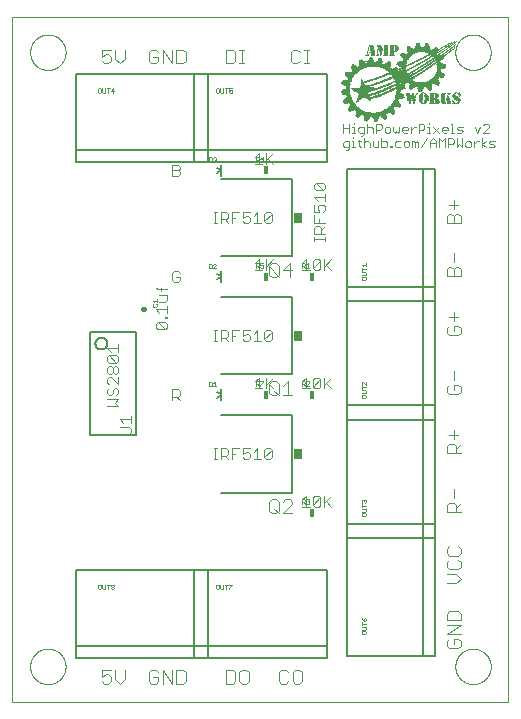
<source format=gto>
G75*
%MOIN*%
%OFA0B0*%
%FSLAX25Y25*%
%IPPOS*%
%LPD*%
%AMOC8*
5,1,8,0,0,1.08239X$1,22.5*
%
%ADD10C,0.00000*%
%ADD11R,0.00300X0.00100*%
%ADD12R,0.01000X0.00100*%
%ADD13R,0.00800X0.00100*%
%ADD14R,0.01100X0.00100*%
%ADD15R,0.01300X0.00100*%
%ADD16R,0.01200X0.00100*%
%ADD17R,0.01400X0.00100*%
%ADD18R,0.01500X0.00100*%
%ADD19R,0.00200X0.00100*%
%ADD20R,0.01600X0.00100*%
%ADD21R,0.00600X0.00100*%
%ADD22R,0.00900X0.00100*%
%ADD23R,0.01700X0.00100*%
%ADD24R,0.01800X0.00100*%
%ADD25R,0.00400X0.00100*%
%ADD26R,0.01900X0.00100*%
%ADD27R,0.04700X0.00100*%
%ADD28R,0.04800X0.00100*%
%ADD29R,0.05300X0.00100*%
%ADD30R,0.07600X0.00100*%
%ADD31R,0.07700X0.00100*%
%ADD32R,0.08000X0.00100*%
%ADD33R,0.08200X0.00100*%
%ADD34R,0.10300X0.00100*%
%ADD35R,0.00700X0.00100*%
%ADD36R,0.10400X0.00100*%
%ADD37R,0.05000X0.00100*%
%ADD38R,0.04000X0.00100*%
%ADD39R,0.04300X0.00100*%
%ADD40R,0.03500X0.00100*%
%ADD41R,0.03800X0.00100*%
%ADD42R,0.03300X0.00100*%
%ADD43R,0.04900X0.00100*%
%ADD44R,0.03000X0.00100*%
%ADD45R,0.04600X0.00100*%
%ADD46R,0.02800X0.00100*%
%ADD47R,0.02600X0.00100*%
%ADD48R,0.02500X0.00100*%
%ADD49R,0.02400X0.00100*%
%ADD50R,0.03600X0.00100*%
%ADD51R,0.02300X0.00100*%
%ADD52R,0.03100X0.00100*%
%ADD53R,0.04200X0.00100*%
%ADD54R,0.04100X0.00100*%
%ADD55R,0.02700X0.00100*%
%ADD56R,0.03900X0.00100*%
%ADD57R,0.03700X0.00100*%
%ADD58R,0.02000X0.00100*%
%ADD59R,0.03200X0.00100*%
%ADD60R,0.02900X0.00100*%
%ADD61R,0.02100X0.00100*%
%ADD62R,0.00500X0.00100*%
%ADD63R,0.02200X0.00100*%
%ADD64R,0.00100X0.00100*%
%ADD65R,0.03400X0.00100*%
%ADD66R,0.05200X0.00100*%
%ADD67R,0.05400X0.00100*%
%ADD68R,0.05700X0.00100*%
%ADD69R,0.05900X0.00100*%
%ADD70R,0.06200X0.00100*%
%ADD71R,0.06400X0.00100*%
%ADD72R,0.06700X0.00100*%
%ADD73R,0.07100X0.00100*%
%ADD74R,0.07000X0.00100*%
%ADD75R,0.06100X0.00100*%
%ADD76R,0.07400X0.00100*%
%ADD77R,0.07300X0.00100*%
%ADD78R,0.07200X0.00100*%
%ADD79R,0.07800X0.00100*%
%ADD80R,0.10100X0.00100*%
%ADD81R,0.10200X0.00100*%
%ADD82R,0.07500X0.00100*%
%ADD83R,0.06300X0.00100*%
%ADD84R,0.04500X0.00100*%
%ADD85R,0.05100X0.00100*%
%ADD86R,0.10500X0.00100*%
%ADD87R,0.08300X0.00100*%
%ADD88R,0.08100X0.00100*%
%ADD89R,0.07900X0.00100*%
%ADD90R,0.05500X0.00100*%
%ADD91R,0.09800X0.00100*%
%ADD92R,0.09900X0.00100*%
%ADD93C,0.00300*%
%ADD94C,0.00400*%
%ADD95C,0.00800*%
%ADD96C,0.00100*%
%ADD97C,0.00700*%
%ADD98R,0.01500X0.03000*%
%ADD99C,0.01500*%
%ADD100R,0.03000X0.03400*%
D10*
X0002969Y0002969D02*
X0002969Y0231315D01*
X0168323Y0231315D01*
X0168323Y0002969D01*
X0002969Y0002969D01*
X0008874Y0014780D02*
X0008876Y0014933D01*
X0008882Y0015087D01*
X0008892Y0015240D01*
X0008906Y0015392D01*
X0008924Y0015545D01*
X0008946Y0015696D01*
X0008971Y0015847D01*
X0009001Y0015998D01*
X0009035Y0016148D01*
X0009072Y0016296D01*
X0009113Y0016444D01*
X0009158Y0016590D01*
X0009207Y0016736D01*
X0009260Y0016880D01*
X0009316Y0017022D01*
X0009376Y0017163D01*
X0009440Y0017303D01*
X0009507Y0017441D01*
X0009578Y0017577D01*
X0009653Y0017711D01*
X0009730Y0017843D01*
X0009812Y0017973D01*
X0009896Y0018101D01*
X0009984Y0018227D01*
X0010075Y0018350D01*
X0010169Y0018471D01*
X0010267Y0018589D01*
X0010367Y0018705D01*
X0010471Y0018818D01*
X0010577Y0018929D01*
X0010686Y0019037D01*
X0010798Y0019142D01*
X0010912Y0019243D01*
X0011030Y0019342D01*
X0011149Y0019438D01*
X0011271Y0019531D01*
X0011396Y0019620D01*
X0011523Y0019707D01*
X0011652Y0019789D01*
X0011783Y0019869D01*
X0011916Y0019945D01*
X0012051Y0020018D01*
X0012188Y0020087D01*
X0012327Y0020152D01*
X0012467Y0020214D01*
X0012609Y0020272D01*
X0012752Y0020327D01*
X0012897Y0020378D01*
X0013043Y0020425D01*
X0013190Y0020468D01*
X0013338Y0020507D01*
X0013487Y0020543D01*
X0013637Y0020574D01*
X0013788Y0020602D01*
X0013939Y0020626D01*
X0014092Y0020646D01*
X0014244Y0020662D01*
X0014397Y0020674D01*
X0014550Y0020682D01*
X0014703Y0020686D01*
X0014857Y0020686D01*
X0015010Y0020682D01*
X0015163Y0020674D01*
X0015316Y0020662D01*
X0015468Y0020646D01*
X0015621Y0020626D01*
X0015772Y0020602D01*
X0015923Y0020574D01*
X0016073Y0020543D01*
X0016222Y0020507D01*
X0016370Y0020468D01*
X0016517Y0020425D01*
X0016663Y0020378D01*
X0016808Y0020327D01*
X0016951Y0020272D01*
X0017093Y0020214D01*
X0017233Y0020152D01*
X0017372Y0020087D01*
X0017509Y0020018D01*
X0017644Y0019945D01*
X0017777Y0019869D01*
X0017908Y0019789D01*
X0018037Y0019707D01*
X0018164Y0019620D01*
X0018289Y0019531D01*
X0018411Y0019438D01*
X0018530Y0019342D01*
X0018648Y0019243D01*
X0018762Y0019142D01*
X0018874Y0019037D01*
X0018983Y0018929D01*
X0019089Y0018818D01*
X0019193Y0018705D01*
X0019293Y0018589D01*
X0019391Y0018471D01*
X0019485Y0018350D01*
X0019576Y0018227D01*
X0019664Y0018101D01*
X0019748Y0017973D01*
X0019830Y0017843D01*
X0019907Y0017711D01*
X0019982Y0017577D01*
X0020053Y0017441D01*
X0020120Y0017303D01*
X0020184Y0017163D01*
X0020244Y0017022D01*
X0020300Y0016880D01*
X0020353Y0016736D01*
X0020402Y0016590D01*
X0020447Y0016444D01*
X0020488Y0016296D01*
X0020525Y0016148D01*
X0020559Y0015998D01*
X0020589Y0015847D01*
X0020614Y0015696D01*
X0020636Y0015545D01*
X0020654Y0015392D01*
X0020668Y0015240D01*
X0020678Y0015087D01*
X0020684Y0014933D01*
X0020686Y0014780D01*
X0020684Y0014627D01*
X0020678Y0014473D01*
X0020668Y0014320D01*
X0020654Y0014168D01*
X0020636Y0014015D01*
X0020614Y0013864D01*
X0020589Y0013713D01*
X0020559Y0013562D01*
X0020525Y0013412D01*
X0020488Y0013264D01*
X0020447Y0013116D01*
X0020402Y0012970D01*
X0020353Y0012824D01*
X0020300Y0012680D01*
X0020244Y0012538D01*
X0020184Y0012397D01*
X0020120Y0012257D01*
X0020053Y0012119D01*
X0019982Y0011983D01*
X0019907Y0011849D01*
X0019830Y0011717D01*
X0019748Y0011587D01*
X0019664Y0011459D01*
X0019576Y0011333D01*
X0019485Y0011210D01*
X0019391Y0011089D01*
X0019293Y0010971D01*
X0019193Y0010855D01*
X0019089Y0010742D01*
X0018983Y0010631D01*
X0018874Y0010523D01*
X0018762Y0010418D01*
X0018648Y0010317D01*
X0018530Y0010218D01*
X0018411Y0010122D01*
X0018289Y0010029D01*
X0018164Y0009940D01*
X0018037Y0009853D01*
X0017908Y0009771D01*
X0017777Y0009691D01*
X0017644Y0009615D01*
X0017509Y0009542D01*
X0017372Y0009473D01*
X0017233Y0009408D01*
X0017093Y0009346D01*
X0016951Y0009288D01*
X0016808Y0009233D01*
X0016663Y0009182D01*
X0016517Y0009135D01*
X0016370Y0009092D01*
X0016222Y0009053D01*
X0016073Y0009017D01*
X0015923Y0008986D01*
X0015772Y0008958D01*
X0015621Y0008934D01*
X0015468Y0008914D01*
X0015316Y0008898D01*
X0015163Y0008886D01*
X0015010Y0008878D01*
X0014857Y0008874D01*
X0014703Y0008874D01*
X0014550Y0008878D01*
X0014397Y0008886D01*
X0014244Y0008898D01*
X0014092Y0008914D01*
X0013939Y0008934D01*
X0013788Y0008958D01*
X0013637Y0008986D01*
X0013487Y0009017D01*
X0013338Y0009053D01*
X0013190Y0009092D01*
X0013043Y0009135D01*
X0012897Y0009182D01*
X0012752Y0009233D01*
X0012609Y0009288D01*
X0012467Y0009346D01*
X0012327Y0009408D01*
X0012188Y0009473D01*
X0012051Y0009542D01*
X0011916Y0009615D01*
X0011783Y0009691D01*
X0011652Y0009771D01*
X0011523Y0009853D01*
X0011396Y0009940D01*
X0011271Y0010029D01*
X0011149Y0010122D01*
X0011030Y0010218D01*
X0010912Y0010317D01*
X0010798Y0010418D01*
X0010686Y0010523D01*
X0010577Y0010631D01*
X0010471Y0010742D01*
X0010367Y0010855D01*
X0010267Y0010971D01*
X0010169Y0011089D01*
X0010075Y0011210D01*
X0009984Y0011333D01*
X0009896Y0011459D01*
X0009812Y0011587D01*
X0009730Y0011717D01*
X0009653Y0011849D01*
X0009578Y0011983D01*
X0009507Y0012119D01*
X0009440Y0012257D01*
X0009376Y0012397D01*
X0009316Y0012538D01*
X0009260Y0012680D01*
X0009207Y0012824D01*
X0009158Y0012970D01*
X0009113Y0013116D01*
X0009072Y0013264D01*
X0009035Y0013412D01*
X0009001Y0013562D01*
X0008971Y0013713D01*
X0008946Y0013864D01*
X0008924Y0014015D01*
X0008906Y0014168D01*
X0008892Y0014320D01*
X0008882Y0014473D01*
X0008876Y0014627D01*
X0008874Y0014780D01*
X0150606Y0014780D02*
X0150608Y0014933D01*
X0150614Y0015087D01*
X0150624Y0015240D01*
X0150638Y0015392D01*
X0150656Y0015545D01*
X0150678Y0015696D01*
X0150703Y0015847D01*
X0150733Y0015998D01*
X0150767Y0016148D01*
X0150804Y0016296D01*
X0150845Y0016444D01*
X0150890Y0016590D01*
X0150939Y0016736D01*
X0150992Y0016880D01*
X0151048Y0017022D01*
X0151108Y0017163D01*
X0151172Y0017303D01*
X0151239Y0017441D01*
X0151310Y0017577D01*
X0151385Y0017711D01*
X0151462Y0017843D01*
X0151544Y0017973D01*
X0151628Y0018101D01*
X0151716Y0018227D01*
X0151807Y0018350D01*
X0151901Y0018471D01*
X0151999Y0018589D01*
X0152099Y0018705D01*
X0152203Y0018818D01*
X0152309Y0018929D01*
X0152418Y0019037D01*
X0152530Y0019142D01*
X0152644Y0019243D01*
X0152762Y0019342D01*
X0152881Y0019438D01*
X0153003Y0019531D01*
X0153128Y0019620D01*
X0153255Y0019707D01*
X0153384Y0019789D01*
X0153515Y0019869D01*
X0153648Y0019945D01*
X0153783Y0020018D01*
X0153920Y0020087D01*
X0154059Y0020152D01*
X0154199Y0020214D01*
X0154341Y0020272D01*
X0154484Y0020327D01*
X0154629Y0020378D01*
X0154775Y0020425D01*
X0154922Y0020468D01*
X0155070Y0020507D01*
X0155219Y0020543D01*
X0155369Y0020574D01*
X0155520Y0020602D01*
X0155671Y0020626D01*
X0155824Y0020646D01*
X0155976Y0020662D01*
X0156129Y0020674D01*
X0156282Y0020682D01*
X0156435Y0020686D01*
X0156589Y0020686D01*
X0156742Y0020682D01*
X0156895Y0020674D01*
X0157048Y0020662D01*
X0157200Y0020646D01*
X0157353Y0020626D01*
X0157504Y0020602D01*
X0157655Y0020574D01*
X0157805Y0020543D01*
X0157954Y0020507D01*
X0158102Y0020468D01*
X0158249Y0020425D01*
X0158395Y0020378D01*
X0158540Y0020327D01*
X0158683Y0020272D01*
X0158825Y0020214D01*
X0158965Y0020152D01*
X0159104Y0020087D01*
X0159241Y0020018D01*
X0159376Y0019945D01*
X0159509Y0019869D01*
X0159640Y0019789D01*
X0159769Y0019707D01*
X0159896Y0019620D01*
X0160021Y0019531D01*
X0160143Y0019438D01*
X0160262Y0019342D01*
X0160380Y0019243D01*
X0160494Y0019142D01*
X0160606Y0019037D01*
X0160715Y0018929D01*
X0160821Y0018818D01*
X0160925Y0018705D01*
X0161025Y0018589D01*
X0161123Y0018471D01*
X0161217Y0018350D01*
X0161308Y0018227D01*
X0161396Y0018101D01*
X0161480Y0017973D01*
X0161562Y0017843D01*
X0161639Y0017711D01*
X0161714Y0017577D01*
X0161785Y0017441D01*
X0161852Y0017303D01*
X0161916Y0017163D01*
X0161976Y0017022D01*
X0162032Y0016880D01*
X0162085Y0016736D01*
X0162134Y0016590D01*
X0162179Y0016444D01*
X0162220Y0016296D01*
X0162257Y0016148D01*
X0162291Y0015998D01*
X0162321Y0015847D01*
X0162346Y0015696D01*
X0162368Y0015545D01*
X0162386Y0015392D01*
X0162400Y0015240D01*
X0162410Y0015087D01*
X0162416Y0014933D01*
X0162418Y0014780D01*
X0162416Y0014627D01*
X0162410Y0014473D01*
X0162400Y0014320D01*
X0162386Y0014168D01*
X0162368Y0014015D01*
X0162346Y0013864D01*
X0162321Y0013713D01*
X0162291Y0013562D01*
X0162257Y0013412D01*
X0162220Y0013264D01*
X0162179Y0013116D01*
X0162134Y0012970D01*
X0162085Y0012824D01*
X0162032Y0012680D01*
X0161976Y0012538D01*
X0161916Y0012397D01*
X0161852Y0012257D01*
X0161785Y0012119D01*
X0161714Y0011983D01*
X0161639Y0011849D01*
X0161562Y0011717D01*
X0161480Y0011587D01*
X0161396Y0011459D01*
X0161308Y0011333D01*
X0161217Y0011210D01*
X0161123Y0011089D01*
X0161025Y0010971D01*
X0160925Y0010855D01*
X0160821Y0010742D01*
X0160715Y0010631D01*
X0160606Y0010523D01*
X0160494Y0010418D01*
X0160380Y0010317D01*
X0160262Y0010218D01*
X0160143Y0010122D01*
X0160021Y0010029D01*
X0159896Y0009940D01*
X0159769Y0009853D01*
X0159640Y0009771D01*
X0159509Y0009691D01*
X0159376Y0009615D01*
X0159241Y0009542D01*
X0159104Y0009473D01*
X0158965Y0009408D01*
X0158825Y0009346D01*
X0158683Y0009288D01*
X0158540Y0009233D01*
X0158395Y0009182D01*
X0158249Y0009135D01*
X0158102Y0009092D01*
X0157954Y0009053D01*
X0157805Y0009017D01*
X0157655Y0008986D01*
X0157504Y0008958D01*
X0157353Y0008934D01*
X0157200Y0008914D01*
X0157048Y0008898D01*
X0156895Y0008886D01*
X0156742Y0008878D01*
X0156589Y0008874D01*
X0156435Y0008874D01*
X0156282Y0008878D01*
X0156129Y0008886D01*
X0155976Y0008898D01*
X0155824Y0008914D01*
X0155671Y0008934D01*
X0155520Y0008958D01*
X0155369Y0008986D01*
X0155219Y0009017D01*
X0155070Y0009053D01*
X0154922Y0009092D01*
X0154775Y0009135D01*
X0154629Y0009182D01*
X0154484Y0009233D01*
X0154341Y0009288D01*
X0154199Y0009346D01*
X0154059Y0009408D01*
X0153920Y0009473D01*
X0153783Y0009542D01*
X0153648Y0009615D01*
X0153515Y0009691D01*
X0153384Y0009771D01*
X0153255Y0009853D01*
X0153128Y0009940D01*
X0153003Y0010029D01*
X0152881Y0010122D01*
X0152762Y0010218D01*
X0152644Y0010317D01*
X0152530Y0010418D01*
X0152418Y0010523D01*
X0152309Y0010631D01*
X0152203Y0010742D01*
X0152099Y0010855D01*
X0151999Y0010971D01*
X0151901Y0011089D01*
X0151807Y0011210D01*
X0151716Y0011333D01*
X0151628Y0011459D01*
X0151544Y0011587D01*
X0151462Y0011717D01*
X0151385Y0011849D01*
X0151310Y0011983D01*
X0151239Y0012119D01*
X0151172Y0012257D01*
X0151108Y0012397D01*
X0151048Y0012538D01*
X0150992Y0012680D01*
X0150939Y0012824D01*
X0150890Y0012970D01*
X0150845Y0013116D01*
X0150804Y0013264D01*
X0150767Y0013412D01*
X0150733Y0013562D01*
X0150703Y0013713D01*
X0150678Y0013864D01*
X0150656Y0014015D01*
X0150638Y0014168D01*
X0150624Y0014320D01*
X0150614Y0014473D01*
X0150608Y0014627D01*
X0150606Y0014780D01*
X0150606Y0219504D02*
X0150608Y0219657D01*
X0150614Y0219811D01*
X0150624Y0219964D01*
X0150638Y0220116D01*
X0150656Y0220269D01*
X0150678Y0220420D01*
X0150703Y0220571D01*
X0150733Y0220722D01*
X0150767Y0220872D01*
X0150804Y0221020D01*
X0150845Y0221168D01*
X0150890Y0221314D01*
X0150939Y0221460D01*
X0150992Y0221604D01*
X0151048Y0221746D01*
X0151108Y0221887D01*
X0151172Y0222027D01*
X0151239Y0222165D01*
X0151310Y0222301D01*
X0151385Y0222435D01*
X0151462Y0222567D01*
X0151544Y0222697D01*
X0151628Y0222825D01*
X0151716Y0222951D01*
X0151807Y0223074D01*
X0151901Y0223195D01*
X0151999Y0223313D01*
X0152099Y0223429D01*
X0152203Y0223542D01*
X0152309Y0223653D01*
X0152418Y0223761D01*
X0152530Y0223866D01*
X0152644Y0223967D01*
X0152762Y0224066D01*
X0152881Y0224162D01*
X0153003Y0224255D01*
X0153128Y0224344D01*
X0153255Y0224431D01*
X0153384Y0224513D01*
X0153515Y0224593D01*
X0153648Y0224669D01*
X0153783Y0224742D01*
X0153920Y0224811D01*
X0154059Y0224876D01*
X0154199Y0224938D01*
X0154341Y0224996D01*
X0154484Y0225051D01*
X0154629Y0225102D01*
X0154775Y0225149D01*
X0154922Y0225192D01*
X0155070Y0225231D01*
X0155219Y0225267D01*
X0155369Y0225298D01*
X0155520Y0225326D01*
X0155671Y0225350D01*
X0155824Y0225370D01*
X0155976Y0225386D01*
X0156129Y0225398D01*
X0156282Y0225406D01*
X0156435Y0225410D01*
X0156589Y0225410D01*
X0156742Y0225406D01*
X0156895Y0225398D01*
X0157048Y0225386D01*
X0157200Y0225370D01*
X0157353Y0225350D01*
X0157504Y0225326D01*
X0157655Y0225298D01*
X0157805Y0225267D01*
X0157954Y0225231D01*
X0158102Y0225192D01*
X0158249Y0225149D01*
X0158395Y0225102D01*
X0158540Y0225051D01*
X0158683Y0224996D01*
X0158825Y0224938D01*
X0158965Y0224876D01*
X0159104Y0224811D01*
X0159241Y0224742D01*
X0159376Y0224669D01*
X0159509Y0224593D01*
X0159640Y0224513D01*
X0159769Y0224431D01*
X0159896Y0224344D01*
X0160021Y0224255D01*
X0160143Y0224162D01*
X0160262Y0224066D01*
X0160380Y0223967D01*
X0160494Y0223866D01*
X0160606Y0223761D01*
X0160715Y0223653D01*
X0160821Y0223542D01*
X0160925Y0223429D01*
X0161025Y0223313D01*
X0161123Y0223195D01*
X0161217Y0223074D01*
X0161308Y0222951D01*
X0161396Y0222825D01*
X0161480Y0222697D01*
X0161562Y0222567D01*
X0161639Y0222435D01*
X0161714Y0222301D01*
X0161785Y0222165D01*
X0161852Y0222027D01*
X0161916Y0221887D01*
X0161976Y0221746D01*
X0162032Y0221604D01*
X0162085Y0221460D01*
X0162134Y0221314D01*
X0162179Y0221168D01*
X0162220Y0221020D01*
X0162257Y0220872D01*
X0162291Y0220722D01*
X0162321Y0220571D01*
X0162346Y0220420D01*
X0162368Y0220269D01*
X0162386Y0220116D01*
X0162400Y0219964D01*
X0162410Y0219811D01*
X0162416Y0219657D01*
X0162418Y0219504D01*
X0162416Y0219351D01*
X0162410Y0219197D01*
X0162400Y0219044D01*
X0162386Y0218892D01*
X0162368Y0218739D01*
X0162346Y0218588D01*
X0162321Y0218437D01*
X0162291Y0218286D01*
X0162257Y0218136D01*
X0162220Y0217988D01*
X0162179Y0217840D01*
X0162134Y0217694D01*
X0162085Y0217548D01*
X0162032Y0217404D01*
X0161976Y0217262D01*
X0161916Y0217121D01*
X0161852Y0216981D01*
X0161785Y0216843D01*
X0161714Y0216707D01*
X0161639Y0216573D01*
X0161562Y0216441D01*
X0161480Y0216311D01*
X0161396Y0216183D01*
X0161308Y0216057D01*
X0161217Y0215934D01*
X0161123Y0215813D01*
X0161025Y0215695D01*
X0160925Y0215579D01*
X0160821Y0215466D01*
X0160715Y0215355D01*
X0160606Y0215247D01*
X0160494Y0215142D01*
X0160380Y0215041D01*
X0160262Y0214942D01*
X0160143Y0214846D01*
X0160021Y0214753D01*
X0159896Y0214664D01*
X0159769Y0214577D01*
X0159640Y0214495D01*
X0159509Y0214415D01*
X0159376Y0214339D01*
X0159241Y0214266D01*
X0159104Y0214197D01*
X0158965Y0214132D01*
X0158825Y0214070D01*
X0158683Y0214012D01*
X0158540Y0213957D01*
X0158395Y0213906D01*
X0158249Y0213859D01*
X0158102Y0213816D01*
X0157954Y0213777D01*
X0157805Y0213741D01*
X0157655Y0213710D01*
X0157504Y0213682D01*
X0157353Y0213658D01*
X0157200Y0213638D01*
X0157048Y0213622D01*
X0156895Y0213610D01*
X0156742Y0213602D01*
X0156589Y0213598D01*
X0156435Y0213598D01*
X0156282Y0213602D01*
X0156129Y0213610D01*
X0155976Y0213622D01*
X0155824Y0213638D01*
X0155671Y0213658D01*
X0155520Y0213682D01*
X0155369Y0213710D01*
X0155219Y0213741D01*
X0155070Y0213777D01*
X0154922Y0213816D01*
X0154775Y0213859D01*
X0154629Y0213906D01*
X0154484Y0213957D01*
X0154341Y0214012D01*
X0154199Y0214070D01*
X0154059Y0214132D01*
X0153920Y0214197D01*
X0153783Y0214266D01*
X0153648Y0214339D01*
X0153515Y0214415D01*
X0153384Y0214495D01*
X0153255Y0214577D01*
X0153128Y0214664D01*
X0153003Y0214753D01*
X0152881Y0214846D01*
X0152762Y0214942D01*
X0152644Y0215041D01*
X0152530Y0215142D01*
X0152418Y0215247D01*
X0152309Y0215355D01*
X0152203Y0215466D01*
X0152099Y0215579D01*
X0151999Y0215695D01*
X0151901Y0215813D01*
X0151807Y0215934D01*
X0151716Y0216057D01*
X0151628Y0216183D01*
X0151544Y0216311D01*
X0151462Y0216441D01*
X0151385Y0216573D01*
X0151310Y0216707D01*
X0151239Y0216843D01*
X0151172Y0216981D01*
X0151108Y0217121D01*
X0151048Y0217262D01*
X0150992Y0217404D01*
X0150939Y0217548D01*
X0150890Y0217694D01*
X0150845Y0217840D01*
X0150804Y0217988D01*
X0150767Y0218136D01*
X0150733Y0218286D01*
X0150703Y0218437D01*
X0150678Y0218588D01*
X0150656Y0218739D01*
X0150638Y0218892D01*
X0150624Y0219044D01*
X0150614Y0219197D01*
X0150608Y0219351D01*
X0150606Y0219504D01*
X0008874Y0219504D02*
X0008876Y0219657D01*
X0008882Y0219811D01*
X0008892Y0219964D01*
X0008906Y0220116D01*
X0008924Y0220269D01*
X0008946Y0220420D01*
X0008971Y0220571D01*
X0009001Y0220722D01*
X0009035Y0220872D01*
X0009072Y0221020D01*
X0009113Y0221168D01*
X0009158Y0221314D01*
X0009207Y0221460D01*
X0009260Y0221604D01*
X0009316Y0221746D01*
X0009376Y0221887D01*
X0009440Y0222027D01*
X0009507Y0222165D01*
X0009578Y0222301D01*
X0009653Y0222435D01*
X0009730Y0222567D01*
X0009812Y0222697D01*
X0009896Y0222825D01*
X0009984Y0222951D01*
X0010075Y0223074D01*
X0010169Y0223195D01*
X0010267Y0223313D01*
X0010367Y0223429D01*
X0010471Y0223542D01*
X0010577Y0223653D01*
X0010686Y0223761D01*
X0010798Y0223866D01*
X0010912Y0223967D01*
X0011030Y0224066D01*
X0011149Y0224162D01*
X0011271Y0224255D01*
X0011396Y0224344D01*
X0011523Y0224431D01*
X0011652Y0224513D01*
X0011783Y0224593D01*
X0011916Y0224669D01*
X0012051Y0224742D01*
X0012188Y0224811D01*
X0012327Y0224876D01*
X0012467Y0224938D01*
X0012609Y0224996D01*
X0012752Y0225051D01*
X0012897Y0225102D01*
X0013043Y0225149D01*
X0013190Y0225192D01*
X0013338Y0225231D01*
X0013487Y0225267D01*
X0013637Y0225298D01*
X0013788Y0225326D01*
X0013939Y0225350D01*
X0014092Y0225370D01*
X0014244Y0225386D01*
X0014397Y0225398D01*
X0014550Y0225406D01*
X0014703Y0225410D01*
X0014857Y0225410D01*
X0015010Y0225406D01*
X0015163Y0225398D01*
X0015316Y0225386D01*
X0015468Y0225370D01*
X0015621Y0225350D01*
X0015772Y0225326D01*
X0015923Y0225298D01*
X0016073Y0225267D01*
X0016222Y0225231D01*
X0016370Y0225192D01*
X0016517Y0225149D01*
X0016663Y0225102D01*
X0016808Y0225051D01*
X0016951Y0224996D01*
X0017093Y0224938D01*
X0017233Y0224876D01*
X0017372Y0224811D01*
X0017509Y0224742D01*
X0017644Y0224669D01*
X0017777Y0224593D01*
X0017908Y0224513D01*
X0018037Y0224431D01*
X0018164Y0224344D01*
X0018289Y0224255D01*
X0018411Y0224162D01*
X0018530Y0224066D01*
X0018648Y0223967D01*
X0018762Y0223866D01*
X0018874Y0223761D01*
X0018983Y0223653D01*
X0019089Y0223542D01*
X0019193Y0223429D01*
X0019293Y0223313D01*
X0019391Y0223195D01*
X0019485Y0223074D01*
X0019576Y0222951D01*
X0019664Y0222825D01*
X0019748Y0222697D01*
X0019830Y0222567D01*
X0019907Y0222435D01*
X0019982Y0222301D01*
X0020053Y0222165D01*
X0020120Y0222027D01*
X0020184Y0221887D01*
X0020244Y0221746D01*
X0020300Y0221604D01*
X0020353Y0221460D01*
X0020402Y0221314D01*
X0020447Y0221168D01*
X0020488Y0221020D01*
X0020525Y0220872D01*
X0020559Y0220722D01*
X0020589Y0220571D01*
X0020614Y0220420D01*
X0020636Y0220269D01*
X0020654Y0220116D01*
X0020668Y0219964D01*
X0020678Y0219811D01*
X0020684Y0219657D01*
X0020686Y0219504D01*
X0020684Y0219351D01*
X0020678Y0219197D01*
X0020668Y0219044D01*
X0020654Y0218892D01*
X0020636Y0218739D01*
X0020614Y0218588D01*
X0020589Y0218437D01*
X0020559Y0218286D01*
X0020525Y0218136D01*
X0020488Y0217988D01*
X0020447Y0217840D01*
X0020402Y0217694D01*
X0020353Y0217548D01*
X0020300Y0217404D01*
X0020244Y0217262D01*
X0020184Y0217121D01*
X0020120Y0216981D01*
X0020053Y0216843D01*
X0019982Y0216707D01*
X0019907Y0216573D01*
X0019830Y0216441D01*
X0019748Y0216311D01*
X0019664Y0216183D01*
X0019576Y0216057D01*
X0019485Y0215934D01*
X0019391Y0215813D01*
X0019293Y0215695D01*
X0019193Y0215579D01*
X0019089Y0215466D01*
X0018983Y0215355D01*
X0018874Y0215247D01*
X0018762Y0215142D01*
X0018648Y0215041D01*
X0018530Y0214942D01*
X0018411Y0214846D01*
X0018289Y0214753D01*
X0018164Y0214664D01*
X0018037Y0214577D01*
X0017908Y0214495D01*
X0017777Y0214415D01*
X0017644Y0214339D01*
X0017509Y0214266D01*
X0017372Y0214197D01*
X0017233Y0214132D01*
X0017093Y0214070D01*
X0016951Y0214012D01*
X0016808Y0213957D01*
X0016663Y0213906D01*
X0016517Y0213859D01*
X0016370Y0213816D01*
X0016222Y0213777D01*
X0016073Y0213741D01*
X0015923Y0213710D01*
X0015772Y0213682D01*
X0015621Y0213658D01*
X0015468Y0213638D01*
X0015316Y0213622D01*
X0015163Y0213610D01*
X0015010Y0213602D01*
X0014857Y0213598D01*
X0014703Y0213598D01*
X0014550Y0213602D01*
X0014397Y0213610D01*
X0014244Y0213622D01*
X0014092Y0213638D01*
X0013939Y0213658D01*
X0013788Y0213682D01*
X0013637Y0213710D01*
X0013487Y0213741D01*
X0013338Y0213777D01*
X0013190Y0213816D01*
X0013043Y0213859D01*
X0012897Y0213906D01*
X0012752Y0213957D01*
X0012609Y0214012D01*
X0012467Y0214070D01*
X0012327Y0214132D01*
X0012188Y0214197D01*
X0012051Y0214266D01*
X0011916Y0214339D01*
X0011783Y0214415D01*
X0011652Y0214495D01*
X0011523Y0214577D01*
X0011396Y0214664D01*
X0011271Y0214753D01*
X0011149Y0214846D01*
X0011030Y0214942D01*
X0010912Y0215041D01*
X0010798Y0215142D01*
X0010686Y0215247D01*
X0010577Y0215355D01*
X0010471Y0215466D01*
X0010367Y0215579D01*
X0010267Y0215695D01*
X0010169Y0215813D01*
X0010075Y0215934D01*
X0009984Y0216057D01*
X0009896Y0216183D01*
X0009812Y0216311D01*
X0009730Y0216441D01*
X0009653Y0216573D01*
X0009578Y0216707D01*
X0009507Y0216843D01*
X0009440Y0216981D01*
X0009376Y0217121D01*
X0009316Y0217262D01*
X0009260Y0217404D01*
X0009207Y0217548D01*
X0009158Y0217694D01*
X0009113Y0217840D01*
X0009072Y0217988D01*
X0009035Y0218136D01*
X0009001Y0218286D01*
X0008971Y0218437D01*
X0008946Y0218588D01*
X0008924Y0218739D01*
X0008906Y0218892D01*
X0008892Y0219044D01*
X0008882Y0219197D01*
X0008876Y0219351D01*
X0008874Y0219504D01*
D11*
X0119351Y0216824D03*
X0121351Y0218624D03*
X0121451Y0218924D03*
X0121551Y0219324D03*
X0121651Y0219724D03*
X0121751Y0220024D03*
X0121851Y0220424D03*
X0124851Y0218724D03*
X0125851Y0218524D03*
X0122651Y0206424D03*
X0129851Y0198624D03*
X0132051Y0201024D03*
X0137651Y0205024D03*
X0137751Y0205424D03*
X0142851Y0216924D03*
X0143151Y0217124D03*
X0142751Y0217924D03*
X0142451Y0217724D03*
X0144451Y0218924D03*
X0144751Y0219124D03*
X0145051Y0219324D03*
X0145251Y0219424D03*
X0145551Y0219624D03*
X0146051Y0219124D03*
X0145751Y0218924D03*
X0145651Y0218824D03*
X0145351Y0218624D03*
X0145051Y0218424D03*
X0146351Y0219324D03*
X0146751Y0218724D03*
X0147051Y0218924D03*
X0147151Y0219024D03*
X0147351Y0219124D03*
X0147451Y0219224D03*
X0147551Y0219324D03*
X0147751Y0219424D03*
X0147851Y0219524D03*
X0148151Y0219724D03*
X0148551Y0220024D03*
X0148151Y0218924D03*
X0147851Y0218724D03*
X0147751Y0218624D03*
X0147651Y0218524D03*
X0147451Y0218424D03*
X0147351Y0218324D03*
X0147251Y0218224D03*
X0146951Y0218024D03*
X0147051Y0219824D03*
X0146451Y0220924D03*
X0146251Y0220824D03*
X0146651Y0221024D03*
X0145751Y0220524D03*
X0145551Y0220424D03*
X0145351Y0220324D03*
X0145151Y0220224D03*
X0144951Y0220124D03*
X0144151Y0220924D03*
X0141151Y0222324D03*
X0148351Y0205124D03*
X0148251Y0204924D03*
X0148151Y0204824D03*
X0148151Y0204724D03*
X0149851Y0203324D03*
X0149851Y0203224D03*
X0149851Y0203124D03*
X0149851Y0202324D03*
X0150651Y0202224D03*
X0151151Y0202224D03*
X0152051Y0204724D03*
X0152051Y0204824D03*
X0152051Y0204924D03*
X0150751Y0205824D03*
X0121051Y0196424D03*
D12*
X0120901Y0196624D03*
X0118001Y0197824D03*
X0115701Y0199824D03*
X0118401Y0203624D03*
X0121801Y0203824D03*
X0122601Y0205124D03*
X0119701Y0208824D03*
X0119701Y0208924D03*
X0119701Y0209024D03*
X0121301Y0218324D03*
X0122601Y0221624D03*
X0122601Y0221724D03*
X0124901Y0218324D03*
X0124901Y0218224D03*
X0125801Y0219524D03*
X0125801Y0219624D03*
X0125801Y0219724D03*
X0130801Y0221524D03*
X0131101Y0221224D03*
X0131101Y0221124D03*
X0131101Y0220224D03*
X0131101Y0220124D03*
X0133001Y0219024D03*
X0135201Y0221124D03*
X0138101Y0222224D03*
X0141301Y0222124D03*
X0138001Y0211724D03*
X0137701Y0211524D03*
X0137401Y0211324D03*
X0137201Y0211224D03*
X0137101Y0211124D03*
X0136901Y0211024D03*
X0136801Y0210924D03*
X0136601Y0210824D03*
X0136301Y0210624D03*
X0135901Y0211524D03*
X0136101Y0211624D03*
X0136401Y0211824D03*
X0136601Y0211924D03*
X0136901Y0212124D03*
X0135901Y0207124D03*
X0136501Y0204924D03*
X0136501Y0204824D03*
X0136501Y0204724D03*
X0136801Y0203224D03*
X0136801Y0203124D03*
X0135301Y0203124D03*
X0131701Y0201124D03*
X0128701Y0208824D03*
X0128901Y0208924D03*
X0129101Y0209024D03*
X0128201Y0208624D03*
X0128001Y0208524D03*
X0128601Y0210524D03*
X0128801Y0210624D03*
X0129101Y0210724D03*
X0129301Y0210824D03*
X0128301Y0212124D03*
X0138901Y0206324D03*
X0139201Y0205024D03*
X0139201Y0204924D03*
X0140901Y0205024D03*
X0140901Y0203024D03*
X0139201Y0203024D03*
X0142101Y0206824D03*
X0144101Y0205624D03*
X0144201Y0205524D03*
X0144401Y0205324D03*
X0144401Y0204524D03*
X0144401Y0204424D03*
X0144201Y0203824D03*
X0144301Y0203724D03*
X0144401Y0203624D03*
X0144601Y0208524D03*
X0151701Y0205624D03*
X0151801Y0203224D03*
X0124101Y0196424D03*
D13*
X0120901Y0196524D03*
X0122001Y0203624D03*
X0121901Y0203724D03*
X0120701Y0209424D03*
X0119701Y0209224D03*
X0114601Y0212724D03*
X0119301Y0216724D03*
X0121301Y0218424D03*
X0124901Y0218424D03*
X0125801Y0219224D03*
X0125801Y0219324D03*
X0125801Y0219424D03*
X0128401Y0216024D03*
X0130801Y0214024D03*
X0134901Y0215024D03*
X0135101Y0215124D03*
X0135301Y0215224D03*
X0135501Y0215324D03*
X0135701Y0215424D03*
X0135901Y0215524D03*
X0136101Y0215624D03*
X0138201Y0212924D03*
X0138501Y0213124D03*
X0138801Y0213324D03*
X0139001Y0213424D03*
X0139101Y0213524D03*
X0139301Y0213624D03*
X0139401Y0213724D03*
X0139601Y0213824D03*
X0139901Y0214024D03*
X0140201Y0214224D03*
X0140501Y0214424D03*
X0141001Y0213724D03*
X0140701Y0213524D03*
X0140601Y0213424D03*
X0140401Y0213324D03*
X0140301Y0213224D03*
X0140101Y0213124D03*
X0140001Y0213024D03*
X0139801Y0212924D03*
X0139701Y0212824D03*
X0141301Y0213924D03*
X0141301Y0222224D03*
X0131001Y0219924D03*
X0130701Y0221624D03*
X0136501Y0205224D03*
X0136501Y0205124D03*
X0136801Y0202924D03*
X0136801Y0202824D03*
X0136801Y0202724D03*
X0139301Y0202724D03*
X0140801Y0202724D03*
X0140801Y0205324D03*
X0139301Y0205324D03*
X0144001Y0205724D03*
X0144301Y0204224D03*
X0144001Y0203924D03*
X0150101Y0202524D03*
X0151401Y0202424D03*
X0151901Y0203024D03*
X0151801Y0205524D03*
X0150201Y0205124D03*
X0150201Y0205024D03*
D14*
X0150251Y0204824D03*
X0148051Y0204024D03*
X0148051Y0203924D03*
X0148051Y0203824D03*
X0148151Y0203624D03*
X0148151Y0203524D03*
X0148251Y0203324D03*
X0148351Y0203024D03*
X0148451Y0202724D03*
X0146651Y0202724D03*
X0146651Y0202624D03*
X0146651Y0202824D03*
X0146651Y0202924D03*
X0146651Y0203024D03*
X0146651Y0203124D03*
X0146651Y0203224D03*
X0146651Y0203324D03*
X0146651Y0203424D03*
X0146651Y0203524D03*
X0146651Y0203624D03*
X0146651Y0203724D03*
X0146651Y0203824D03*
X0146651Y0203924D03*
X0146651Y0204024D03*
X0146651Y0204124D03*
X0146651Y0204224D03*
X0146651Y0204324D03*
X0146651Y0204424D03*
X0146651Y0204524D03*
X0146651Y0204624D03*
X0146651Y0204724D03*
X0146651Y0204824D03*
X0146651Y0204924D03*
X0146651Y0205024D03*
X0146651Y0205124D03*
X0146651Y0205224D03*
X0146651Y0205324D03*
X0146651Y0205424D03*
X0144451Y0205224D03*
X0144451Y0205124D03*
X0144451Y0205024D03*
X0144451Y0204924D03*
X0144451Y0204824D03*
X0144451Y0204724D03*
X0144451Y0204624D03*
X0144451Y0203524D03*
X0144451Y0203424D03*
X0144451Y0203324D03*
X0144451Y0203224D03*
X0144451Y0203124D03*
X0144451Y0203024D03*
X0144451Y0202924D03*
X0144451Y0202824D03*
X0144451Y0202724D03*
X0144651Y0202424D03*
X0142851Y0202624D03*
X0142851Y0202724D03*
X0142851Y0202824D03*
X0142851Y0202924D03*
X0142851Y0203024D03*
X0142851Y0203124D03*
X0142851Y0203224D03*
X0142851Y0203324D03*
X0142851Y0203424D03*
X0142851Y0203524D03*
X0142851Y0203624D03*
X0142851Y0203724D03*
X0142851Y0203824D03*
X0142851Y0203924D03*
X0142851Y0204024D03*
X0142851Y0204124D03*
X0142851Y0204224D03*
X0142851Y0204324D03*
X0142851Y0204424D03*
X0142851Y0204524D03*
X0142851Y0204624D03*
X0142851Y0204724D03*
X0142851Y0204824D03*
X0142851Y0204924D03*
X0142851Y0205024D03*
X0142851Y0205124D03*
X0142851Y0205224D03*
X0142851Y0205324D03*
X0142851Y0205424D03*
X0140951Y0204924D03*
X0140951Y0204824D03*
X0140951Y0204724D03*
X0140951Y0203324D03*
X0140951Y0203224D03*
X0140951Y0203124D03*
X0139151Y0203124D03*
X0139151Y0203224D03*
X0139151Y0203324D03*
X0139151Y0204724D03*
X0139151Y0204824D03*
X0138951Y0206424D03*
X0136451Y0204624D03*
X0136551Y0204424D03*
X0136551Y0204324D03*
X0136551Y0204224D03*
X0136651Y0204024D03*
X0136651Y0203924D03*
X0136651Y0203824D03*
X0136751Y0203624D03*
X0136751Y0203524D03*
X0136751Y0203424D03*
X0136751Y0203324D03*
X0135351Y0203324D03*
X0135351Y0203224D03*
X0135351Y0203424D03*
X0135251Y0203824D03*
X0135051Y0204524D03*
X0133451Y0208924D03*
X0132251Y0211424D03*
X0136451Y0210724D03*
X0129451Y0218624D03*
X0129451Y0218724D03*
X0129451Y0218824D03*
X0129451Y0218924D03*
X0129451Y0219024D03*
X0129451Y0219124D03*
X0129451Y0219224D03*
X0129451Y0219324D03*
X0129451Y0219424D03*
X0129451Y0219524D03*
X0129451Y0219624D03*
X0129451Y0219724D03*
X0129451Y0219824D03*
X0129451Y0219924D03*
X0129451Y0220024D03*
X0129451Y0220124D03*
X0129451Y0220224D03*
X0129451Y0220324D03*
X0129451Y0220424D03*
X0129451Y0220524D03*
X0129451Y0220624D03*
X0129451Y0220724D03*
X0129451Y0220824D03*
X0129451Y0220924D03*
X0129451Y0221024D03*
X0129451Y0221124D03*
X0129451Y0221224D03*
X0129451Y0221324D03*
X0129451Y0221424D03*
X0131151Y0221024D03*
X0131151Y0220924D03*
X0131151Y0220824D03*
X0131151Y0220724D03*
X0131151Y0220624D03*
X0131151Y0220524D03*
X0131151Y0220424D03*
X0131151Y0220324D03*
X0127351Y0220324D03*
X0127351Y0220224D03*
X0127351Y0220124D03*
X0127351Y0220024D03*
X0127351Y0219924D03*
X0127351Y0219824D03*
X0127351Y0219724D03*
X0127351Y0219624D03*
X0127351Y0219524D03*
X0127351Y0219424D03*
X0127351Y0219324D03*
X0127351Y0219224D03*
X0127351Y0219124D03*
X0127351Y0219024D03*
X0127351Y0218924D03*
X0127351Y0218824D03*
X0127351Y0218724D03*
X0127351Y0218624D03*
X0127351Y0218524D03*
X0127351Y0220424D03*
X0127351Y0220524D03*
X0127351Y0220624D03*
X0127351Y0220724D03*
X0127351Y0220824D03*
X0127351Y0220924D03*
X0127351Y0221024D03*
X0127351Y0221124D03*
X0127351Y0221224D03*
X0127351Y0221324D03*
X0127351Y0221424D03*
X0125451Y0220924D03*
X0125451Y0220824D03*
X0125551Y0220624D03*
X0125651Y0220324D03*
X0125351Y0221124D03*
X0125351Y0221224D03*
X0125251Y0221424D03*
X0122751Y0220924D03*
X0122751Y0220824D03*
X0122851Y0220524D03*
X0122851Y0220424D03*
X0122951Y0220124D03*
X0122951Y0220024D03*
X0122951Y0219924D03*
X0123051Y0219624D03*
X0123051Y0219524D03*
X0123251Y0218724D03*
X0122351Y0217324D03*
X0122351Y0217224D03*
X0119251Y0216624D03*
X0122651Y0221224D03*
X0122651Y0221324D03*
X0122651Y0221424D03*
X0125551Y0217124D03*
X0128451Y0215924D03*
X0128051Y0212024D03*
X0127751Y0211924D03*
X0127551Y0211824D03*
X0127251Y0211724D03*
X0127051Y0211624D03*
X0126751Y0211524D03*
X0126251Y0211324D03*
X0127151Y0209924D03*
X0127651Y0210124D03*
X0127851Y0210224D03*
X0128151Y0210324D03*
X0128351Y0210424D03*
X0128451Y0208724D03*
X0127751Y0208424D03*
X0127551Y0208324D03*
X0127251Y0208224D03*
X0123551Y0206824D03*
X0118551Y0203824D03*
X0118451Y0203724D03*
X0120851Y0196724D03*
X0124051Y0196524D03*
X0127151Y0197224D03*
X0129751Y0198824D03*
X0141251Y0222024D03*
X0150251Y0202424D03*
D15*
X0148451Y0202524D03*
X0150351Y0204724D03*
X0148551Y0205624D03*
X0148551Y0205724D03*
X0144551Y0208624D03*
X0142051Y0207024D03*
X0138951Y0206624D03*
X0138951Y0206524D03*
X0144651Y0202524D03*
X0133151Y0218924D03*
X0135151Y0221024D03*
X0138151Y0221924D03*
X0138151Y0222024D03*
X0141251Y0221924D03*
X0131651Y0206324D03*
X0131651Y0206224D03*
X0131651Y0206124D03*
X0131651Y0206024D03*
X0131651Y0205924D03*
X0131651Y0205824D03*
X0130151Y0207124D03*
X0129951Y0207024D03*
X0129751Y0206924D03*
X0129151Y0207824D03*
X0128951Y0207724D03*
X0128751Y0207624D03*
X0128551Y0207524D03*
X0128351Y0207424D03*
X0128151Y0207324D03*
X0127651Y0207124D03*
X0127451Y0207024D03*
X0126251Y0207824D03*
X0125951Y0207724D03*
X0125551Y0209324D03*
X0125251Y0209224D03*
X0124951Y0209124D03*
X0125851Y0209424D03*
X0123751Y0210424D03*
X0123451Y0210324D03*
X0120851Y0209524D03*
X0119751Y0208524D03*
X0118651Y0203924D03*
X0121551Y0204024D03*
X0123151Y0204124D03*
X0120951Y0196924D03*
X0124051Y0196724D03*
X0124051Y0196624D03*
X0127051Y0197424D03*
X0115751Y0199924D03*
X0114751Y0207124D03*
X0114751Y0207224D03*
X0114751Y0207324D03*
X0114751Y0207424D03*
X0114751Y0207524D03*
X0114751Y0207624D03*
X0114751Y0207724D03*
X0114751Y0207824D03*
X0114851Y0212624D03*
X0119351Y0216424D03*
X0122351Y0217124D03*
X0125451Y0216824D03*
X0125751Y0220124D03*
X0125151Y0221524D03*
X0125051Y0221724D03*
X0127451Y0221724D03*
X0127451Y0221624D03*
X0129351Y0221624D03*
X0129351Y0221724D03*
D16*
X0129401Y0221524D03*
X0127401Y0221524D03*
X0125601Y0220524D03*
X0125601Y0220424D03*
X0125501Y0220724D03*
X0125401Y0221024D03*
X0125301Y0221324D03*
X0125801Y0220024D03*
X0125801Y0219924D03*
X0125801Y0219824D03*
X0125501Y0217024D03*
X0125501Y0216924D03*
X0123301Y0218524D03*
X0123301Y0218624D03*
X0123201Y0218824D03*
X0123201Y0218924D03*
X0123201Y0219024D03*
X0123101Y0219424D03*
X0123001Y0219724D03*
X0123001Y0219824D03*
X0122901Y0220224D03*
X0122901Y0220324D03*
X0122801Y0220624D03*
X0122801Y0220724D03*
X0122701Y0221024D03*
X0122701Y0221124D03*
X0122601Y0221524D03*
X0119301Y0216524D03*
X0116701Y0214924D03*
X0119701Y0208724D03*
X0119701Y0208624D03*
X0121501Y0208024D03*
X0121701Y0203924D03*
X0126501Y0207924D03*
X0126801Y0208024D03*
X0127001Y0208124D03*
X0126401Y0209624D03*
X0126601Y0209724D03*
X0126901Y0209824D03*
X0127401Y0210024D03*
X0126101Y0209524D03*
X0125701Y0211124D03*
X0125401Y0211024D03*
X0125201Y0210924D03*
X0124901Y0210824D03*
X0124601Y0210724D03*
X0124301Y0210624D03*
X0124001Y0210524D03*
X0126001Y0211224D03*
X0126501Y0211424D03*
X0129401Y0207924D03*
X0129601Y0208024D03*
X0129801Y0208124D03*
X0130001Y0208224D03*
X0130201Y0208324D03*
X0133101Y0208724D03*
X0133301Y0208824D03*
X0133601Y0209024D03*
X0135901Y0207224D03*
X0134801Y0205424D03*
X0134801Y0205324D03*
X0134901Y0205224D03*
X0134901Y0205124D03*
X0134901Y0205024D03*
X0134901Y0204924D03*
X0135001Y0204824D03*
X0135001Y0204724D03*
X0135001Y0204624D03*
X0135101Y0204424D03*
X0135101Y0204324D03*
X0135101Y0204224D03*
X0135201Y0204124D03*
X0135201Y0204024D03*
X0135201Y0203924D03*
X0135301Y0203724D03*
X0135301Y0203624D03*
X0135301Y0203524D03*
X0136701Y0203724D03*
X0136601Y0204124D03*
X0136501Y0204524D03*
X0139101Y0204524D03*
X0139101Y0204424D03*
X0139101Y0204324D03*
X0139101Y0204224D03*
X0139101Y0204124D03*
X0139101Y0204024D03*
X0139101Y0203924D03*
X0139101Y0203824D03*
X0139101Y0203724D03*
X0139101Y0203624D03*
X0139101Y0203524D03*
X0139101Y0203424D03*
X0139101Y0204624D03*
X0141001Y0204624D03*
X0141001Y0204524D03*
X0141001Y0204424D03*
X0141001Y0204324D03*
X0141001Y0204224D03*
X0141001Y0204124D03*
X0141001Y0204024D03*
X0141001Y0203924D03*
X0141001Y0203824D03*
X0141001Y0203724D03*
X0141001Y0203624D03*
X0141001Y0203524D03*
X0141001Y0203424D03*
X0142801Y0202524D03*
X0142801Y0205524D03*
X0142101Y0206924D03*
X0146701Y0205524D03*
X0148101Y0203724D03*
X0148201Y0203424D03*
X0148301Y0203224D03*
X0148301Y0203124D03*
X0148401Y0202924D03*
X0148401Y0202824D03*
X0148501Y0202624D03*
X0146701Y0202524D03*
X0151701Y0203324D03*
X0146101Y0211024D03*
X0144001Y0220624D03*
X0138101Y0222124D03*
X0130701Y0213924D03*
X0129501Y0218524D03*
X0127101Y0197324D03*
X0120901Y0196824D03*
X0118001Y0197924D03*
D17*
X0121001Y0197024D03*
X0124001Y0196824D03*
X0129701Y0198924D03*
X0130901Y0203324D03*
X0131001Y0203524D03*
X0131101Y0203824D03*
X0131701Y0206424D03*
X0131701Y0206524D03*
X0131701Y0206624D03*
X0129601Y0206824D03*
X0129401Y0206724D03*
X0129201Y0206624D03*
X0129001Y0206524D03*
X0128801Y0206424D03*
X0128301Y0206224D03*
X0128101Y0206124D03*
X0127901Y0206024D03*
X0127201Y0206924D03*
X0127001Y0206824D03*
X0126801Y0206724D03*
X0126501Y0206624D03*
X0126301Y0206524D03*
X0125801Y0206324D03*
X0125701Y0207624D03*
X0124701Y0209024D03*
X0124401Y0208924D03*
X0124101Y0208824D03*
X0123801Y0208724D03*
X0123101Y0210224D03*
X0122801Y0210124D03*
X0122401Y0210024D03*
X0122101Y0209924D03*
X0123801Y0206924D03*
X0121501Y0204124D03*
X0118701Y0204024D03*
X0119701Y0208424D03*
X0115501Y0210424D03*
X0115401Y0210224D03*
X0114801Y0208024D03*
X0114801Y0207924D03*
X0114901Y0205124D03*
X0114901Y0205024D03*
X0115001Y0204924D03*
X0115001Y0204824D03*
X0115001Y0204724D03*
X0115001Y0204624D03*
X0115101Y0204524D03*
X0115101Y0204424D03*
X0115101Y0204324D03*
X0119401Y0216324D03*
X0122401Y0216924D03*
X0122401Y0217024D03*
X0123301Y0218424D03*
X0125801Y0220224D03*
X0125101Y0221624D03*
X0127301Y0218424D03*
X0128401Y0215824D03*
X0133401Y0213724D03*
X0133701Y0209124D03*
X0135901Y0207324D03*
X0134801Y0205524D03*
X0131401Y0208924D03*
X0131401Y0209024D03*
X0127901Y0207224D03*
X0139001Y0206724D03*
X0142001Y0207124D03*
X0142701Y0205724D03*
X0142701Y0205624D03*
X0144701Y0202624D03*
X0151601Y0203424D03*
X0145201Y0213524D03*
X0145201Y0213624D03*
X0141201Y0221724D03*
X0141201Y0221824D03*
D18*
X0141151Y0221624D03*
X0138151Y0221724D03*
X0138151Y0221824D03*
X0135251Y0220924D03*
X0133751Y0216424D03*
X0133351Y0214424D03*
X0133351Y0214324D03*
X0133351Y0214224D03*
X0133451Y0213624D03*
X0133451Y0213524D03*
X0130651Y0213824D03*
X0128351Y0215724D03*
X0127351Y0218224D03*
X0129551Y0218424D03*
X0125451Y0216724D03*
X0121751Y0209824D03*
X0123451Y0208624D03*
X0125351Y0207524D03*
X0126051Y0206424D03*
X0125551Y0206224D03*
X0125251Y0206124D03*
X0126751Y0205524D03*
X0127251Y0205724D03*
X0127451Y0205824D03*
X0127651Y0205924D03*
X0128551Y0206324D03*
X0131651Y0205724D03*
X0131751Y0206724D03*
X0131051Y0203724D03*
X0131051Y0203624D03*
X0130951Y0203424D03*
X0130851Y0203224D03*
X0130751Y0203024D03*
X0131551Y0201224D03*
X0127051Y0197524D03*
X0124051Y0196924D03*
X0120951Y0197124D03*
X0118051Y0198024D03*
X0114251Y0202424D03*
X0115151Y0204224D03*
X0118751Y0204124D03*
X0118851Y0204224D03*
X0121351Y0204224D03*
X0122751Y0205224D03*
X0119751Y0208224D03*
X0119751Y0208324D03*
X0115351Y0210024D03*
X0115351Y0210124D03*
X0115451Y0210324D03*
X0115551Y0210524D03*
X0115651Y0210724D03*
X0116751Y0214824D03*
X0119451Y0216224D03*
X0135951Y0207424D03*
X0138951Y0206924D03*
X0138951Y0206824D03*
X0141951Y0207224D03*
X0145051Y0212824D03*
X0145051Y0212924D03*
X0145151Y0213024D03*
X0145151Y0213124D03*
X0145151Y0213224D03*
X0145151Y0213324D03*
X0145151Y0213424D03*
X0145251Y0213724D03*
X0145151Y0215624D03*
X0145051Y0215724D03*
X0144951Y0216224D03*
X0150451Y0204624D03*
D19*
X0149801Y0203424D03*
X0148301Y0205024D03*
X0145301Y0202724D03*
X0144801Y0208324D03*
X0140301Y0205824D03*
X0139801Y0205824D03*
X0137701Y0205324D03*
X0137701Y0205224D03*
X0137701Y0205124D03*
X0137601Y0204924D03*
X0137601Y0204824D03*
X0137601Y0204724D03*
X0137501Y0204624D03*
X0137501Y0204524D03*
X0137501Y0204424D03*
X0137501Y0204324D03*
X0139801Y0202224D03*
X0140301Y0202224D03*
X0146101Y0215624D03*
X0145201Y0218524D03*
X0145501Y0218724D03*
X0145901Y0219024D03*
X0146201Y0219224D03*
X0146501Y0219424D03*
X0146601Y0219524D03*
X0146801Y0219624D03*
X0146901Y0219724D03*
X0147201Y0219924D03*
X0147301Y0220024D03*
X0147501Y0220124D03*
X0147601Y0220224D03*
X0147901Y0220424D03*
X0148001Y0220524D03*
X0148301Y0220724D03*
X0148601Y0220924D03*
X0149001Y0221224D03*
X0149501Y0220724D03*
X0149201Y0220524D03*
X0149101Y0220424D03*
X0149001Y0220324D03*
X0148801Y0220224D03*
X0148701Y0220124D03*
X0148401Y0219924D03*
X0148301Y0219824D03*
X0148001Y0219624D03*
X0148401Y0219124D03*
X0148301Y0219024D03*
X0148501Y0219224D03*
X0148701Y0219324D03*
X0148801Y0219424D03*
X0148901Y0219524D03*
X0149201Y0219724D03*
X0149301Y0219824D03*
X0149701Y0220124D03*
X0149901Y0221024D03*
X0148101Y0221824D03*
X0147901Y0221724D03*
X0147401Y0221424D03*
X0147201Y0221324D03*
X0147001Y0221224D03*
X0146801Y0221124D03*
X0147001Y0220524D03*
X0146801Y0220424D03*
X0146701Y0220324D03*
X0146501Y0220224D03*
X0146401Y0220124D03*
X0146201Y0220024D03*
X0146001Y0219924D03*
X0145901Y0219824D03*
X0145701Y0219724D03*
X0145401Y0219524D03*
X0144901Y0219224D03*
X0144601Y0219024D03*
X0145901Y0220624D03*
X0146101Y0220724D03*
X0147301Y0220724D03*
X0147601Y0220924D03*
X0148001Y0218824D03*
X0152101Y0205724D03*
X0127001Y0196924D03*
X0122401Y0203224D03*
X0122301Y0204924D03*
X0121001Y0207924D03*
X0119601Y0210024D03*
X0119601Y0210124D03*
X0117901Y0202924D03*
X0115401Y0199624D03*
X0121401Y0218724D03*
X0121401Y0218824D03*
X0121501Y0219024D03*
X0121501Y0219124D03*
X0121501Y0219224D03*
X0121601Y0219424D03*
X0121601Y0219524D03*
X0121601Y0219624D03*
X0121701Y0219824D03*
X0121701Y0219924D03*
X0121801Y0220124D03*
X0121801Y0220224D03*
X0121801Y0220324D03*
X0121901Y0220524D03*
X0121901Y0220624D03*
X0121901Y0220724D03*
X0124901Y0219924D03*
X0124901Y0219824D03*
X0124901Y0219724D03*
X0124901Y0219624D03*
X0124901Y0219524D03*
X0124901Y0219424D03*
X0124901Y0219324D03*
X0124901Y0219224D03*
X0124901Y0219124D03*
X0124901Y0219024D03*
X0124901Y0218924D03*
X0124901Y0218824D03*
X0125801Y0218424D03*
X0125801Y0218324D03*
X0126401Y0220324D03*
X0126401Y0220424D03*
D20*
X0127301Y0218324D03*
X0129501Y0218224D03*
X0128301Y0215624D03*
X0125401Y0216524D03*
X0125401Y0216624D03*
X0123301Y0218224D03*
X0123301Y0218324D03*
X0122401Y0216824D03*
X0122401Y0216724D03*
X0122401Y0216624D03*
X0119501Y0216124D03*
X0115701Y0210824D03*
X0115601Y0210624D03*
X0114701Y0208124D03*
X0116001Y0202424D03*
X0116101Y0202324D03*
X0116201Y0202124D03*
X0116301Y0202024D03*
X0118901Y0204324D03*
X0119801Y0208124D03*
X0121001Y0209624D03*
X0121401Y0209724D03*
X0122401Y0208324D03*
X0122801Y0208424D03*
X0123101Y0208524D03*
X0122801Y0207724D03*
X0124001Y0207024D03*
X0125101Y0207424D03*
X0125001Y0206024D03*
X0124701Y0205924D03*
X0124401Y0205824D03*
X0125501Y0205024D03*
X0126001Y0205224D03*
X0126301Y0205324D03*
X0126501Y0205424D03*
X0127001Y0205624D03*
X0130801Y0203124D03*
X0129701Y0199024D03*
X0127001Y0197624D03*
X0124001Y0197124D03*
X0124001Y0197024D03*
X0121001Y0197224D03*
X0118101Y0198124D03*
X0130101Y0211824D03*
X0130401Y0211424D03*
X0131501Y0209124D03*
X0131401Y0208824D03*
X0133701Y0209224D03*
X0134101Y0211524D03*
X0133301Y0214124D03*
X0133701Y0216324D03*
X0133801Y0216524D03*
X0133801Y0216624D03*
X0133901Y0216724D03*
X0133901Y0216824D03*
X0134001Y0216924D03*
X0133201Y0218824D03*
X0135301Y0220824D03*
X0138201Y0221524D03*
X0138201Y0221624D03*
X0141101Y0221524D03*
X0141101Y0221424D03*
X0144001Y0220524D03*
X0144801Y0216524D03*
X0144901Y0216424D03*
X0144901Y0216324D03*
X0144901Y0216124D03*
X0144501Y0208724D03*
X0141901Y0207424D03*
X0141901Y0207324D03*
X0139001Y0207024D03*
X0136001Y0207524D03*
X0134801Y0205724D03*
X0134801Y0205624D03*
X0146701Y0205624D03*
X0146701Y0205724D03*
X0146701Y0202424D03*
X0146701Y0202324D03*
X0148501Y0202324D03*
X0148501Y0202424D03*
X0151501Y0203524D03*
D21*
X0151801Y0202724D03*
X0151701Y0202624D03*
X0151601Y0202524D03*
X0151301Y0202324D03*
X0150001Y0202724D03*
X0148101Y0204424D03*
X0148101Y0204524D03*
X0148501Y0205424D03*
X0150301Y0205424D03*
X0150401Y0205524D03*
X0151901Y0205324D03*
X0144701Y0208424D03*
X0143901Y0204024D03*
X0139401Y0202524D03*
X0139401Y0205524D03*
X0136501Y0205524D03*
X0136501Y0205624D03*
X0135901Y0207024D03*
X0136801Y0202524D03*
X0136801Y0202424D03*
X0136801Y0202324D03*
X0135101Y0212124D03*
X0135301Y0212224D03*
X0135601Y0212424D03*
X0135801Y0212524D03*
X0136001Y0212624D03*
X0136301Y0212824D03*
X0136501Y0212924D03*
X0136701Y0213024D03*
X0136801Y0213124D03*
X0137001Y0213224D03*
X0137301Y0213424D03*
X0137501Y0213524D03*
X0137801Y0213724D03*
X0138001Y0213824D03*
X0138301Y0214024D03*
X0138801Y0214324D03*
X0138101Y0215224D03*
X0137901Y0215124D03*
X0137701Y0215024D03*
X0137401Y0214824D03*
X0137201Y0214724D03*
X0137001Y0214624D03*
X0136801Y0214524D03*
X0136601Y0214424D03*
X0135901Y0214024D03*
X0135701Y0213924D03*
X0135501Y0213824D03*
X0135301Y0213724D03*
X0138601Y0216824D03*
X0138801Y0216924D03*
X0139001Y0217024D03*
X0139201Y0217124D03*
X0139401Y0217224D03*
X0139601Y0217324D03*
X0139801Y0217424D03*
X0140001Y0217524D03*
X0140201Y0217624D03*
X0140401Y0217724D03*
X0140601Y0217824D03*
X0140801Y0217924D03*
X0142301Y0215624D03*
X0142601Y0215824D03*
X0142801Y0215924D03*
X0142901Y0216024D03*
X0143101Y0216124D03*
X0143201Y0216224D03*
X0143501Y0216424D03*
X0143701Y0215624D03*
X0143601Y0215524D03*
X0143401Y0215424D03*
X0143301Y0215324D03*
X0143001Y0215124D03*
X0142301Y0214624D03*
X0144101Y0220824D03*
X0130601Y0219624D03*
X0125801Y0219124D03*
X0125801Y0219024D03*
X0125801Y0218924D03*
X0124901Y0218524D03*
X0116601Y0215124D03*
X0119601Y0209524D03*
X0122801Y0203924D03*
X0122101Y0203524D03*
X0118201Y0203324D03*
X0118101Y0203224D03*
X0115601Y0199724D03*
X0118001Y0197724D03*
X0127101Y0197024D03*
D22*
X0127151Y0197124D03*
X0122951Y0204024D03*
X0123351Y0206724D03*
X0119651Y0209124D03*
X0116651Y0215024D03*
X0121351Y0218224D03*
X0122351Y0217524D03*
X0122351Y0217424D03*
X0125551Y0217224D03*
X0130751Y0219724D03*
X0130851Y0219824D03*
X0131051Y0220024D03*
X0131051Y0221324D03*
X0130951Y0221424D03*
X0134651Y0214924D03*
X0132051Y0213724D03*
X0135751Y0211424D03*
X0136251Y0211724D03*
X0136751Y0212024D03*
X0137051Y0212224D03*
X0137251Y0212324D03*
X0137351Y0212424D03*
X0137551Y0212524D03*
X0137751Y0212624D03*
X0137851Y0212724D03*
X0138051Y0212824D03*
X0138351Y0213024D03*
X0138651Y0213224D03*
X0139051Y0212424D03*
X0138951Y0212324D03*
X0138751Y0212224D03*
X0138651Y0212124D03*
X0138451Y0212024D03*
X0138351Y0211924D03*
X0138151Y0211824D03*
X0137851Y0211624D03*
X0137551Y0211424D03*
X0139251Y0212524D03*
X0139351Y0212624D03*
X0139551Y0212724D03*
X0138951Y0206224D03*
X0139251Y0205224D03*
X0139251Y0205124D03*
X0137751Y0205624D03*
X0137751Y0205724D03*
X0136451Y0205024D03*
X0136751Y0203024D03*
X0135351Y0203024D03*
X0135351Y0202924D03*
X0135351Y0202824D03*
X0139251Y0202824D03*
X0139251Y0202924D03*
X0140851Y0202924D03*
X0140851Y0202824D03*
X0140851Y0205124D03*
X0140851Y0205224D03*
X0144351Y0205424D03*
X0144351Y0204324D03*
X0144651Y0202324D03*
X0148051Y0204124D03*
X0148051Y0204224D03*
X0148551Y0205524D03*
X0150251Y0204924D03*
X0151851Y0203124D03*
X0146051Y0218424D03*
X0144051Y0220724D03*
X0138051Y0222324D03*
X0129951Y0209424D03*
X0129751Y0209324D03*
X0129551Y0209224D03*
X0129351Y0209124D03*
X0118351Y0203524D03*
D23*
X0116551Y0201724D03*
X0116451Y0201824D03*
X0116351Y0201924D03*
X0116151Y0202224D03*
X0115051Y0204124D03*
X0114551Y0207024D03*
X0114951Y0212524D03*
X0116751Y0214724D03*
X0122451Y0216524D03*
X0125351Y0216424D03*
X0125351Y0216324D03*
X0128251Y0215524D03*
X0129951Y0212024D03*
X0130051Y0211924D03*
X0133351Y0213424D03*
X0134051Y0211624D03*
X0134151Y0211424D03*
X0136051Y0207624D03*
X0138951Y0207224D03*
X0138951Y0207124D03*
X0141851Y0207524D03*
X0142851Y0202424D03*
X0142851Y0202324D03*
X0150551Y0204524D03*
X0145651Y0218324D03*
X0143951Y0220424D03*
X0143851Y0220324D03*
X0135351Y0220724D03*
X0134051Y0217124D03*
X0134051Y0217024D03*
X0129551Y0218324D03*
X0124751Y0207324D03*
X0124151Y0207124D03*
X0124151Y0205724D03*
X0123851Y0205624D03*
X0124951Y0204824D03*
X0125251Y0204924D03*
X0125751Y0205124D03*
X0123251Y0204224D03*
X0121251Y0204324D03*
X0121651Y0208124D03*
X0119751Y0208024D03*
X0119751Y0207924D03*
X0115851Y0200024D03*
X0118151Y0198224D03*
X0121051Y0197424D03*
X0121051Y0197324D03*
X0124051Y0197224D03*
X0126951Y0197724D03*
X0130751Y0202924D03*
X0131751Y0205624D03*
D24*
X0131901Y0206824D03*
X0131301Y0208724D03*
X0131601Y0209224D03*
X0130401Y0211524D03*
X0129901Y0212124D03*
X0130601Y0213724D03*
X0133201Y0214024D03*
X0134101Y0217224D03*
X0133301Y0218724D03*
X0135401Y0220624D03*
X0138201Y0221024D03*
X0138201Y0221124D03*
X0138201Y0221224D03*
X0138201Y0221324D03*
X0138201Y0221424D03*
X0141101Y0221324D03*
X0141101Y0221224D03*
X0141101Y0221124D03*
X0143801Y0220224D03*
X0144901Y0216024D03*
X0145401Y0213824D03*
X0145201Y0212724D03*
X0144201Y0211024D03*
X0144101Y0210924D03*
X0144101Y0210824D03*
X0144001Y0210724D03*
X0144501Y0208824D03*
X0141801Y0207824D03*
X0141801Y0207724D03*
X0141801Y0207624D03*
X0139001Y0207624D03*
X0139001Y0207524D03*
X0139001Y0207424D03*
X0139001Y0207324D03*
X0136201Y0207924D03*
X0136101Y0207824D03*
X0136101Y0207724D03*
X0134501Y0210924D03*
X0128201Y0215424D03*
X0125301Y0216224D03*
X0122401Y0216424D03*
X0122801Y0219124D03*
X0122801Y0219224D03*
X0122801Y0219324D03*
X0119501Y0216024D03*
X0119501Y0215924D03*
X0119601Y0215724D03*
X0117001Y0212624D03*
X0116901Y0212524D03*
X0115601Y0210924D03*
X0114601Y0208224D03*
X0115001Y0204024D03*
X0119001Y0204424D03*
X0121201Y0204424D03*
X0122901Y0205324D03*
X0123501Y0205524D03*
X0124701Y0204724D03*
X0124401Y0207224D03*
X0122001Y0208224D03*
X0119801Y0207824D03*
X0119801Y0207724D03*
X0118301Y0198424D03*
X0118201Y0198324D03*
X0121101Y0197624D03*
X0121101Y0197524D03*
X0124001Y0197524D03*
X0124001Y0197424D03*
X0124001Y0197324D03*
X0126901Y0197824D03*
X0126901Y0197924D03*
X0129601Y0199124D03*
X0129301Y0201024D03*
X0129401Y0201124D03*
X0129501Y0201224D03*
X0130801Y0202824D03*
X0150701Y0204424D03*
X0151401Y0203624D03*
D25*
X0152001Y0205024D03*
X0152001Y0205124D03*
X0151401Y0205724D03*
X0149901Y0203024D03*
X0148101Y0204624D03*
X0148401Y0205224D03*
X0142001Y0206624D03*
X0139101Y0206124D03*
X0135901Y0206924D03*
X0139601Y0214824D03*
X0140401Y0215324D03*
X0140701Y0215524D03*
X0141001Y0215724D03*
X0141301Y0215924D03*
X0141501Y0216024D03*
X0141601Y0216124D03*
X0141801Y0216224D03*
X0141901Y0216324D03*
X0142101Y0216424D03*
X0142201Y0216524D03*
X0142401Y0216624D03*
X0142501Y0216724D03*
X0142701Y0216824D03*
X0143001Y0217024D03*
X0143301Y0217224D03*
X0142601Y0217824D03*
X0142301Y0217624D03*
X0142101Y0217524D03*
X0141901Y0217424D03*
X0141801Y0217324D03*
X0141601Y0217224D03*
X0141401Y0217124D03*
X0141101Y0216924D03*
X0140901Y0216824D03*
X0140401Y0216524D03*
X0140201Y0216424D03*
X0139701Y0216124D03*
X0135201Y0221324D03*
X0130501Y0221724D03*
X0125801Y0218724D03*
X0125801Y0218624D03*
X0124901Y0218624D03*
X0130901Y0214124D03*
X0122301Y0203324D03*
X0118001Y0203024D03*
X0118001Y0197624D03*
X0120501Y0209324D03*
X0119601Y0209824D03*
X0119601Y0209924D03*
X0146501Y0218524D03*
X0146601Y0218624D03*
X0146901Y0218824D03*
X0147101Y0218124D03*
D26*
X0143751Y0220124D03*
X0141051Y0221024D03*
X0135451Y0220524D03*
X0135451Y0220424D03*
X0133251Y0214524D03*
X0134551Y0210824D03*
X0133751Y0209324D03*
X0131851Y0205524D03*
X0129151Y0200924D03*
X0129451Y0199324D03*
X0129551Y0199224D03*
X0126851Y0198024D03*
X0123951Y0197724D03*
X0123951Y0197624D03*
X0121151Y0197724D03*
X0118351Y0198524D03*
X0115851Y0200124D03*
X0116551Y0201624D03*
X0119051Y0204524D03*
X0121051Y0204524D03*
X0123151Y0205424D03*
X0124051Y0204524D03*
X0124351Y0204624D03*
X0117051Y0212724D03*
X0117151Y0212824D03*
X0117251Y0212924D03*
X0116951Y0214524D03*
X0116851Y0214624D03*
X0119551Y0215824D03*
X0122451Y0216124D03*
X0122451Y0216224D03*
X0122451Y0216324D03*
X0125351Y0216124D03*
X0125351Y0216024D03*
X0128151Y0215324D03*
X0114451Y0206924D03*
X0114651Y0205224D03*
X0143851Y0210524D03*
X0143951Y0210624D03*
X0144451Y0208924D03*
D27*
X0142151Y0219524D03*
X0139651Y0220824D03*
X0139651Y0220924D03*
X0122551Y0197824D03*
X0119651Y0206224D03*
X0121151Y0207624D03*
D28*
X0118401Y0214324D03*
X0123901Y0215924D03*
X0129701Y0213524D03*
X0139501Y0220624D03*
X0122601Y0197924D03*
D29*
X0122851Y0198024D03*
D30*
X0124001Y0198124D03*
X0124001Y0198224D03*
X0122501Y0215524D03*
X0139301Y0208824D03*
D31*
X0138451Y0220324D03*
X0123851Y0198324D03*
D32*
X0123701Y0198424D03*
X0138601Y0220124D03*
D33*
X0123601Y0198524D03*
D34*
X0122551Y0198624D03*
X0122551Y0198724D03*
X0122551Y0198824D03*
X0122551Y0198924D03*
X0123851Y0215124D03*
D35*
X0119651Y0209424D03*
X0119651Y0209324D03*
X0123151Y0206624D03*
X0122451Y0205024D03*
X0118251Y0203424D03*
X0129751Y0198724D03*
X0135351Y0202424D03*
X0135351Y0202524D03*
X0135351Y0202624D03*
X0135351Y0202724D03*
X0136751Y0202624D03*
X0136451Y0205324D03*
X0136451Y0205424D03*
X0139351Y0205424D03*
X0139551Y0205624D03*
X0140551Y0205624D03*
X0140651Y0205524D03*
X0140751Y0205424D03*
X0142051Y0206724D03*
X0144151Y0204124D03*
X0140751Y0202624D03*
X0140651Y0202524D03*
X0140551Y0202424D03*
X0139551Y0202424D03*
X0139351Y0202624D03*
X0135451Y0212324D03*
X0136151Y0212724D03*
X0135151Y0213624D03*
X0134951Y0213524D03*
X0134751Y0213424D03*
X0136051Y0214124D03*
X0136251Y0214224D03*
X0136451Y0214324D03*
X0136351Y0215724D03*
X0136551Y0215824D03*
X0136751Y0215924D03*
X0136951Y0216024D03*
X0137151Y0216124D03*
X0137351Y0216224D03*
X0137551Y0216324D03*
X0137751Y0216424D03*
X0137951Y0216524D03*
X0138151Y0216624D03*
X0138351Y0216724D03*
X0140051Y0214124D03*
X0139751Y0213924D03*
X0140351Y0214324D03*
X0140651Y0214524D03*
X0140851Y0214624D03*
X0140951Y0214724D03*
X0141151Y0214824D03*
X0141251Y0214924D03*
X0141451Y0215024D03*
X0141551Y0215124D03*
X0141751Y0215224D03*
X0141851Y0215324D03*
X0142051Y0215424D03*
X0142151Y0215524D03*
X0142451Y0215724D03*
X0142851Y0215024D03*
X0142751Y0214924D03*
X0142551Y0214824D03*
X0142451Y0214724D03*
X0142151Y0214524D03*
X0142051Y0214424D03*
X0141851Y0214324D03*
X0141751Y0214224D03*
X0141551Y0214124D03*
X0141451Y0214024D03*
X0141151Y0213824D03*
X0140851Y0213624D03*
X0143151Y0215224D03*
X0138151Y0222424D03*
X0135151Y0221224D03*
X0148051Y0204324D03*
X0150251Y0205224D03*
X0150251Y0205324D03*
X0150551Y0205624D03*
X0151851Y0205424D03*
X0151851Y0202924D03*
X0151851Y0202824D03*
X0150051Y0202624D03*
D36*
X0139801Y0220024D03*
X0123801Y0214824D03*
X0122701Y0199024D03*
D37*
X0120001Y0199124D03*
X0142801Y0209224D03*
D38*
X0136801Y0219524D03*
X0134201Y0218524D03*
X0126901Y0214524D03*
X0119701Y0206024D03*
X0126001Y0199124D03*
X0128301Y0199724D03*
D39*
X0128251Y0199624D03*
X0119651Y0199224D03*
X0119651Y0206124D03*
X0129651Y0213424D03*
X0131151Y0210924D03*
D40*
X0129651Y0213124D03*
X0131551Y0208424D03*
X0130851Y0201724D03*
X0130751Y0201624D03*
X0126451Y0199224D03*
X0120051Y0205124D03*
X0120051Y0205224D03*
X0119851Y0205724D03*
X0119751Y0205824D03*
X0134051Y0218224D03*
X0145051Y0217724D03*
X0145151Y0211124D03*
D41*
X0144701Y0218224D03*
X0133201Y0211924D03*
X0133001Y0211824D03*
X0132001Y0207424D03*
X0128401Y0199824D03*
X0120101Y0204724D03*
X0119701Y0205924D03*
X0119401Y0199324D03*
D42*
X0119251Y0199424D03*
X0116751Y0200724D03*
X0115051Y0202524D03*
X0115051Y0202624D03*
X0114951Y0202724D03*
X0119951Y0205524D03*
X0119951Y0205624D03*
X0126751Y0199324D03*
X0128551Y0200024D03*
X0130851Y0201824D03*
X0131851Y0208624D03*
X0131351Y0211224D03*
X0134651Y0210124D03*
X0134851Y0210424D03*
X0134951Y0210524D03*
X0134051Y0218124D03*
X0136551Y0219424D03*
X0142751Y0219224D03*
X0145051Y0217624D03*
X0145051Y0217524D03*
X0145451Y0211724D03*
X0145351Y0211524D03*
D43*
X0127951Y0199424D03*
X0119651Y0206324D03*
D44*
X0114801Y0203224D03*
X0114001Y0205824D03*
X0114001Y0205924D03*
X0114001Y0206024D03*
X0114201Y0208924D03*
X0114201Y0209024D03*
X0114201Y0209124D03*
X0114301Y0209324D03*
X0114301Y0209424D03*
X0114401Y0209724D03*
X0115601Y0211724D03*
X0120301Y0216224D03*
X0131601Y0210524D03*
X0133301Y0211724D03*
X0132901Y0212724D03*
X0132701Y0215124D03*
X0132701Y0215424D03*
X0132701Y0215524D03*
X0132901Y0216024D03*
X0134001Y0217924D03*
X0136401Y0209324D03*
X0132401Y0208124D03*
X0132401Y0208024D03*
X0132401Y0207924D03*
X0132401Y0207824D03*
X0132201Y0204824D03*
X0132201Y0204724D03*
X0132201Y0204624D03*
X0132201Y0204524D03*
X0132101Y0204424D03*
X0132101Y0204324D03*
X0119101Y0199524D03*
X0116701Y0200924D03*
X0146001Y0214424D03*
X0146001Y0214524D03*
X0146001Y0214624D03*
X0146001Y0214724D03*
X0146001Y0214824D03*
X0146001Y0214924D03*
X0146001Y0215024D03*
X0146001Y0215124D03*
X0145901Y0215224D03*
D45*
X0143001Y0209324D03*
X0128101Y0199524D03*
X0121101Y0207524D03*
X0126601Y0214624D03*
D46*
X0129401Y0212224D03*
X0129801Y0212724D03*
X0130901Y0213624D03*
X0132901Y0212824D03*
X0134501Y0211224D03*
X0134701Y0211324D03*
X0131601Y0210424D03*
X0132201Y0204924D03*
X0128701Y0200224D03*
X0119001Y0199624D03*
X0114801Y0203424D03*
X0114001Y0206424D03*
X0114201Y0208824D03*
X0114601Y0209824D03*
X0117701Y0213524D03*
X0133001Y0216124D03*
X0134001Y0217724D03*
X0134001Y0217824D03*
X0139301Y0207824D03*
X0145401Y0212124D03*
X0145901Y0214224D03*
X0145801Y0215324D03*
D47*
X0145701Y0215424D03*
X0145801Y0214124D03*
X0145401Y0212224D03*
X0145001Y0217124D03*
X0142901Y0219024D03*
X0136001Y0219124D03*
X0134001Y0217624D03*
X0132801Y0214924D03*
X0133401Y0213224D03*
X0133201Y0213124D03*
X0133001Y0212924D03*
X0129801Y0212624D03*
X0129601Y0212324D03*
X0127701Y0214024D03*
X0127501Y0214124D03*
X0132201Y0208324D03*
X0132101Y0205124D03*
X0131701Y0203924D03*
X0118801Y0199724D03*
X0114301Y0208724D03*
D48*
X0114351Y0208624D03*
X0114151Y0206624D03*
X0114251Y0205424D03*
X0114851Y0203624D03*
X0116551Y0201224D03*
X0118651Y0199824D03*
X0115551Y0211424D03*
X0117651Y0213424D03*
X0127851Y0213924D03*
X0129751Y0212424D03*
X0129851Y0212524D03*
X0131551Y0210224D03*
X0131551Y0210124D03*
X0132251Y0207124D03*
X0132051Y0205224D03*
X0130851Y0202424D03*
X0133051Y0213024D03*
X0133251Y0216224D03*
X0143151Y0218624D03*
X0145051Y0217024D03*
X0145351Y0212324D03*
D49*
X0145701Y0214024D03*
X0145001Y0216924D03*
X0143201Y0218824D03*
X0143001Y0218924D03*
X0135801Y0219024D03*
X0135701Y0218924D03*
X0134001Y0217524D03*
X0133201Y0214624D03*
X0134501Y0210624D03*
X0128001Y0213824D03*
X0122701Y0216024D03*
X0117601Y0213324D03*
X0115601Y0211324D03*
X0114401Y0208524D03*
X0114201Y0206724D03*
X0114901Y0203724D03*
X0118501Y0199924D03*
X0128801Y0200424D03*
X0143601Y0210124D03*
D50*
X0143301Y0209624D03*
X0142601Y0219324D03*
X0134601Y0210024D03*
X0132101Y0207524D03*
X0130701Y0201524D03*
X0130601Y0201424D03*
X0128501Y0199924D03*
X0120001Y0205024D03*
X0116801Y0200624D03*
X0115601Y0212124D03*
X0115701Y0212224D03*
X0115801Y0212324D03*
X0127101Y0214424D03*
X0129601Y0213224D03*
D51*
X0128151Y0213724D03*
X0130551Y0211724D03*
X0131551Y0210024D03*
X0132151Y0207024D03*
X0130851Y0202524D03*
X0128851Y0200524D03*
X0118351Y0200024D03*
X0118151Y0200124D03*
X0116551Y0201324D03*
X0114451Y0205324D03*
X0115551Y0211224D03*
X0132951Y0213824D03*
X0135551Y0218824D03*
X0143151Y0218724D03*
X0145551Y0215524D03*
X0145351Y0212424D03*
D52*
X0145451Y0211924D03*
X0143451Y0209824D03*
X0134651Y0210224D03*
X0132851Y0212524D03*
X0132851Y0212624D03*
X0131651Y0210624D03*
X0129751Y0212924D03*
X0132651Y0215224D03*
X0132651Y0215324D03*
X0132751Y0215624D03*
X0132751Y0215724D03*
X0132751Y0215824D03*
X0132051Y0204224D03*
X0132051Y0204124D03*
X0130851Y0202024D03*
X0128651Y0200124D03*
X0115551Y0211824D03*
X0114351Y0209624D03*
X0114351Y0209524D03*
D53*
X0117001Y0200224D03*
X0143101Y0209424D03*
D54*
X0142451Y0219424D03*
X0134351Y0218624D03*
X0118151Y0214124D03*
X0116951Y0200324D03*
D55*
X0116651Y0201124D03*
X0114851Y0203524D03*
X0114151Y0205524D03*
X0114051Y0206524D03*
X0115551Y0211524D03*
X0128751Y0200324D03*
X0130851Y0202224D03*
X0130851Y0202324D03*
X0132151Y0205024D03*
X0131551Y0210324D03*
X0133551Y0213324D03*
X0132751Y0215024D03*
X0136151Y0219224D03*
X0143551Y0210024D03*
X0145051Y0217224D03*
D56*
X0145051Y0217924D03*
X0144751Y0218024D03*
X0143251Y0209524D03*
X0134151Y0218424D03*
X0133351Y0212024D03*
X0129651Y0213324D03*
X0131851Y0207324D03*
X0131651Y0207224D03*
X0120051Y0204624D03*
X0116851Y0200424D03*
X0118051Y0214024D03*
D57*
X0117951Y0213924D03*
X0115851Y0212424D03*
X0120151Y0214624D03*
X0120051Y0204924D03*
X0120051Y0204824D03*
X0116851Y0200524D03*
X0130551Y0201324D03*
X0134151Y0218324D03*
X0144751Y0218124D03*
X0145051Y0217824D03*
D58*
X0143701Y0218324D03*
X0144801Y0215924D03*
X0143701Y0210424D03*
X0139101Y0207724D03*
X0134001Y0217324D03*
X0128101Y0215224D03*
X0123701Y0204424D03*
X0123401Y0204324D03*
X0128901Y0200624D03*
X0129001Y0200724D03*
X0129101Y0200824D03*
X0130801Y0202724D03*
X0116501Y0201524D03*
X0114501Y0208324D03*
X0115601Y0211024D03*
X0117401Y0213024D03*
X0117501Y0213124D03*
X0150801Y0204324D03*
X0151201Y0203824D03*
X0151301Y0203724D03*
D59*
X0145501Y0211824D03*
X0144901Y0217324D03*
X0145001Y0217424D03*
X0134001Y0218024D03*
X0132801Y0215924D03*
X0133301Y0214824D03*
X0132901Y0212424D03*
X0132901Y0212324D03*
X0133001Y0212224D03*
X0133001Y0212124D03*
X0131601Y0210824D03*
X0131601Y0210724D03*
X0129701Y0213024D03*
X0127201Y0214324D03*
X0132301Y0207724D03*
X0134701Y0210324D03*
X0130801Y0201924D03*
X0116701Y0200824D03*
X0114901Y0202824D03*
X0114901Y0202924D03*
X0114801Y0203024D03*
X0114801Y0203124D03*
X0115601Y0211924D03*
X0117801Y0213724D03*
D60*
X0117751Y0213624D03*
X0115551Y0211624D03*
X0113951Y0206324D03*
X0113951Y0206224D03*
X0113951Y0206124D03*
X0114051Y0205724D03*
X0114051Y0205624D03*
X0114851Y0203324D03*
X0116651Y0201024D03*
X0127351Y0214224D03*
X0129751Y0212824D03*
X0133251Y0214724D03*
X0136351Y0219324D03*
X0142851Y0219124D03*
X0145951Y0214324D03*
X0145451Y0212024D03*
X0143551Y0209924D03*
X0132351Y0208224D03*
X0131951Y0204024D03*
X0130851Y0202124D03*
D61*
X0131951Y0205424D03*
X0132051Y0206924D03*
X0131651Y0209324D03*
X0130451Y0211624D03*
X0133051Y0213924D03*
X0143651Y0210324D03*
X0145251Y0212624D03*
X0145551Y0213924D03*
X0144751Y0215824D03*
X0143551Y0218424D03*
X0143451Y0218524D03*
X0150851Y0204224D03*
X0150951Y0204124D03*
X0151051Y0204024D03*
X0116551Y0201424D03*
X0114951Y0203924D03*
X0114451Y0208424D03*
X0115551Y0211124D03*
X0117551Y0213224D03*
D62*
X0119651Y0209724D03*
X0119651Y0209624D03*
X0122851Y0206524D03*
X0122251Y0203424D03*
X0118051Y0203124D03*
X0125451Y0217324D03*
X0125851Y0218824D03*
X0128451Y0216124D03*
X0121351Y0218524D03*
X0136451Y0205724D03*
X0137751Y0205524D03*
X0139651Y0205724D03*
X0140451Y0205724D03*
X0140451Y0202324D03*
X0139651Y0202324D03*
X0135351Y0202324D03*
X0144651Y0202224D03*
X0148451Y0205324D03*
X0150651Y0205724D03*
X0151951Y0205224D03*
X0149951Y0202924D03*
X0149951Y0202824D03*
X0150551Y0202324D03*
X0140551Y0215424D03*
X0140251Y0215224D03*
X0140051Y0215124D03*
X0139951Y0215024D03*
X0139751Y0214924D03*
X0139451Y0214724D03*
X0139251Y0214624D03*
X0139151Y0214524D03*
X0138951Y0214424D03*
X0138651Y0214224D03*
X0138451Y0214124D03*
X0138151Y0213924D03*
X0137651Y0213624D03*
X0137151Y0213324D03*
X0137551Y0214924D03*
X0138251Y0215324D03*
X0138451Y0215424D03*
X0138651Y0215524D03*
X0138851Y0215624D03*
X0138951Y0215724D03*
X0139151Y0215824D03*
X0139351Y0215924D03*
X0139551Y0216024D03*
X0139851Y0216224D03*
X0140051Y0216324D03*
X0140551Y0216624D03*
X0140751Y0216724D03*
X0141251Y0217024D03*
X0140951Y0218024D03*
X0141151Y0218124D03*
X0141351Y0218224D03*
X0141551Y0218324D03*
X0141751Y0218424D03*
X0141951Y0218524D03*
X0143351Y0216324D03*
X0143651Y0216524D03*
X0143851Y0215724D03*
X0141151Y0215824D03*
X0140851Y0215624D03*
D63*
X0144601Y0216624D03*
X0144801Y0216724D03*
X0144901Y0216824D03*
X0145301Y0212524D03*
X0143601Y0210224D03*
X0135401Y0218724D03*
X0134001Y0217424D03*
X0134501Y0210724D03*
X0132001Y0205324D03*
X0130801Y0202624D03*
X0128301Y0213624D03*
X0114901Y0209924D03*
X0114301Y0206824D03*
X0114901Y0203824D03*
X0151101Y0203924D03*
D64*
X0152051Y0204624D03*
X0152051Y0205824D03*
X0151251Y0205824D03*
X0145351Y0202824D03*
X0137451Y0204124D03*
X0137451Y0204224D03*
X0128451Y0216224D03*
X0125851Y0218224D03*
X0124851Y0220024D03*
X0124851Y0220124D03*
X0126451Y0220524D03*
X0126451Y0220624D03*
X0126451Y0220724D03*
X0121851Y0220824D03*
X0116551Y0215224D03*
X0119551Y0210324D03*
X0119551Y0210224D03*
X0122651Y0203824D03*
X0122551Y0203124D03*
X0117851Y0202824D03*
X0117751Y0202724D03*
X0135151Y0221424D03*
X0147151Y0220624D03*
X0147451Y0220824D03*
X0147751Y0221024D03*
X0147951Y0221124D03*
X0148051Y0221224D03*
X0148251Y0221324D03*
X0148351Y0221424D03*
X0148551Y0221524D03*
X0148651Y0221624D03*
X0148851Y0221724D03*
X0149151Y0221924D03*
X0149451Y0222124D03*
X0149751Y0222324D03*
X0150051Y0222524D03*
X0150351Y0222724D03*
X0150651Y0222924D03*
X0150751Y0222524D03*
X0150351Y0222224D03*
X0150051Y0222024D03*
X0149951Y0221924D03*
X0149851Y0221824D03*
X0149651Y0221724D03*
X0149551Y0221624D03*
X0149451Y0221524D03*
X0149251Y0221424D03*
X0149151Y0221324D03*
X0148851Y0221124D03*
X0148751Y0221024D03*
X0148451Y0220824D03*
X0148151Y0220624D03*
X0147751Y0220324D03*
X0147551Y0221524D03*
X0147751Y0221624D03*
X0148251Y0221924D03*
X0148451Y0222024D03*
X0148651Y0222124D03*
X0148851Y0222224D03*
X0148951Y0222324D03*
X0149151Y0222424D03*
X0149351Y0222524D03*
X0150251Y0221324D03*
X0150151Y0221224D03*
X0150051Y0221124D03*
X0149751Y0220924D03*
X0149651Y0220824D03*
X0149351Y0220624D03*
X0149551Y0220024D03*
X0149451Y0219924D03*
X0149051Y0219624D03*
X0149851Y0220224D03*
X0149951Y0220324D03*
X0150051Y0220424D03*
X0150351Y0220624D03*
X0150451Y0220724D03*
X0150551Y0220824D03*
X0150451Y0221424D03*
X0150551Y0221524D03*
X0150951Y0221824D03*
X0151151Y0222824D03*
D65*
X0145401Y0211624D03*
X0145301Y0211424D03*
X0145301Y0211324D03*
X0145201Y0211224D03*
X0143401Y0209724D03*
X0136701Y0209224D03*
X0132201Y0207624D03*
X0131701Y0208524D03*
X0131301Y0211324D03*
X0120001Y0205424D03*
X0120001Y0205324D03*
X0115601Y0212024D03*
X0117901Y0213824D03*
X0119801Y0214524D03*
D66*
X0120701Y0207424D03*
X0119601Y0206424D03*
X0140101Y0207924D03*
D67*
X0119601Y0206524D03*
D68*
X0119551Y0206624D03*
D69*
X0119551Y0206724D03*
D70*
X0119501Y0206824D03*
X0133501Y0209924D03*
D71*
X0119501Y0206924D03*
D72*
X0119451Y0207024D03*
X0133551Y0209724D03*
D73*
X0133551Y0209624D03*
X0119451Y0207124D03*
D74*
X0119601Y0207224D03*
X0134101Y0209424D03*
D75*
X0120151Y0207324D03*
D76*
X0139001Y0208024D03*
X0139001Y0208124D03*
X0139201Y0208724D03*
D77*
X0139051Y0208624D03*
X0138951Y0208424D03*
X0138951Y0208324D03*
X0138951Y0208224D03*
D78*
X0139001Y0208524D03*
D79*
X0139301Y0208924D03*
D80*
X0140351Y0209024D03*
X0139751Y0219924D03*
D81*
X0140201Y0209124D03*
X0123901Y0214924D03*
X0123901Y0215024D03*
D82*
X0122451Y0215624D03*
X0133551Y0209524D03*
D83*
X0133551Y0209824D03*
X0132651Y0211124D03*
X0132451Y0211024D03*
D84*
X0139651Y0220724D03*
X0118251Y0214224D03*
D85*
X0118551Y0214424D03*
X0123751Y0215824D03*
X0139351Y0220524D03*
D86*
X0123751Y0214724D03*
D87*
X0122851Y0215224D03*
D88*
X0122751Y0215324D03*
D89*
X0122651Y0215424D03*
X0138551Y0220224D03*
D90*
X0139351Y0220424D03*
X0123551Y0215724D03*
D91*
X0139701Y0219624D03*
D92*
X0139651Y0219724D03*
X0139651Y0219824D03*
D93*
X0141777Y0196061D02*
X0141777Y0195577D01*
X0141777Y0194609D02*
X0141777Y0192674D01*
X0141293Y0192674D02*
X0142261Y0192674D01*
X0143257Y0192674D02*
X0145192Y0194609D01*
X0146204Y0194126D02*
X0146688Y0194609D01*
X0147655Y0194609D01*
X0148139Y0194126D01*
X0148139Y0193642D01*
X0146204Y0193642D01*
X0146204Y0193158D02*
X0146204Y0194126D01*
X0146204Y0193158D02*
X0146688Y0192674D01*
X0147655Y0192674D01*
X0149150Y0192674D02*
X0150118Y0192674D01*
X0149634Y0192674D02*
X0149634Y0195577D01*
X0149150Y0195577D01*
X0151115Y0194126D02*
X0151599Y0194609D01*
X0153050Y0194609D01*
X0152566Y0193642D02*
X0151599Y0193642D01*
X0151115Y0194126D01*
X0151115Y0192674D02*
X0152566Y0192674D01*
X0153050Y0193158D01*
X0152566Y0193642D01*
X0152950Y0190777D02*
X0152950Y0187874D01*
X0151982Y0188842D01*
X0151015Y0187874D01*
X0151015Y0190777D01*
X0150003Y0190293D02*
X0150003Y0189326D01*
X0149520Y0188842D01*
X0148068Y0188842D01*
X0148068Y0187874D02*
X0148068Y0190777D01*
X0149520Y0190777D01*
X0150003Y0190293D01*
X0147057Y0190777D02*
X0147057Y0187874D01*
X0145122Y0187874D02*
X0145122Y0190777D01*
X0146089Y0189809D01*
X0147057Y0190777D01*
X0145192Y0192674D02*
X0143257Y0194609D01*
X0141777Y0194609D02*
X0141293Y0194609D01*
X0140282Y0194126D02*
X0139798Y0193642D01*
X0138347Y0193642D01*
X0138347Y0192674D02*
X0138347Y0195577D01*
X0139798Y0195577D01*
X0140282Y0195093D01*
X0140282Y0194126D01*
X0137342Y0194609D02*
X0136859Y0194609D01*
X0135891Y0193642D01*
X0135891Y0194609D02*
X0135891Y0192674D01*
X0134880Y0193642D02*
X0132945Y0193642D01*
X0132945Y0194126D02*
X0133428Y0194609D01*
X0134396Y0194609D01*
X0134880Y0194126D01*
X0134880Y0193642D01*
X0134396Y0192674D02*
X0133428Y0192674D01*
X0132945Y0193158D01*
X0132945Y0194126D01*
X0131933Y0194609D02*
X0131933Y0193158D01*
X0131449Y0192674D01*
X0130966Y0193158D01*
X0130482Y0192674D01*
X0129998Y0193158D01*
X0129998Y0194609D01*
X0128987Y0194126D02*
X0128503Y0194609D01*
X0127535Y0194609D01*
X0127052Y0194126D01*
X0127052Y0193158D01*
X0127535Y0192674D01*
X0128503Y0192674D01*
X0128987Y0193158D01*
X0128987Y0194126D01*
X0127421Y0189809D02*
X0125969Y0189809D01*
X0125969Y0190777D02*
X0125969Y0187874D01*
X0127421Y0187874D01*
X0127904Y0188358D01*
X0127904Y0189326D01*
X0127421Y0189809D01*
X0128916Y0188358D02*
X0129400Y0188358D01*
X0129400Y0187874D01*
X0128916Y0187874D01*
X0128916Y0188358D01*
X0130389Y0188358D02*
X0130873Y0187874D01*
X0132324Y0187874D01*
X0133336Y0188358D02*
X0133819Y0187874D01*
X0134787Y0187874D01*
X0135271Y0188358D01*
X0135271Y0189326D01*
X0134787Y0189809D01*
X0133819Y0189809D01*
X0133336Y0189326D01*
X0133336Y0188358D01*
X0132324Y0189809D02*
X0130873Y0189809D01*
X0130389Y0189326D01*
X0130389Y0188358D01*
X0136282Y0187874D02*
X0136282Y0189809D01*
X0136766Y0189809D01*
X0137250Y0189326D01*
X0137733Y0189809D01*
X0138217Y0189326D01*
X0138217Y0187874D01*
X0137250Y0187874D02*
X0137250Y0189326D01*
X0139229Y0187874D02*
X0141164Y0190777D01*
X0142175Y0189809D02*
X0142175Y0187874D01*
X0142175Y0189326D02*
X0144110Y0189326D01*
X0144110Y0189809D02*
X0144110Y0187874D01*
X0144110Y0189809D02*
X0143143Y0190777D01*
X0142175Y0189809D01*
X0153961Y0189326D02*
X0153961Y0188358D01*
X0154445Y0187874D01*
X0155413Y0187874D01*
X0155896Y0188358D01*
X0155896Y0189326D01*
X0155413Y0189809D01*
X0154445Y0189809D01*
X0153961Y0189326D01*
X0156908Y0189809D02*
X0156908Y0187874D01*
X0156908Y0188842D02*
X0157875Y0189809D01*
X0158359Y0189809D01*
X0159363Y0188842D02*
X0160815Y0189809D01*
X0161819Y0189326D02*
X0162302Y0189809D01*
X0163754Y0189809D01*
X0163270Y0188842D02*
X0162302Y0188842D01*
X0161819Y0189326D01*
X0161819Y0187874D02*
X0163270Y0187874D01*
X0163754Y0188358D01*
X0163270Y0188842D01*
X0160815Y0187874D02*
X0159363Y0188842D01*
X0159363Y0187874D02*
X0159363Y0190777D01*
X0159954Y0192674D02*
X0161889Y0194609D01*
X0161889Y0195093D01*
X0161406Y0195577D01*
X0160438Y0195577D01*
X0159954Y0195093D01*
X0158943Y0194609D02*
X0157975Y0192674D01*
X0157008Y0194609D01*
X0159954Y0192674D02*
X0161889Y0192674D01*
X0126040Y0194126D02*
X0125556Y0193642D01*
X0124105Y0193642D01*
X0124105Y0192674D02*
X0124105Y0195577D01*
X0125556Y0195577D01*
X0126040Y0195093D01*
X0126040Y0194126D01*
X0124958Y0189809D02*
X0124958Y0187874D01*
X0123507Y0187874D01*
X0123023Y0188358D01*
X0123023Y0189809D01*
X0122011Y0189326D02*
X0122011Y0187874D01*
X0122011Y0189326D02*
X0121528Y0189809D01*
X0120560Y0189809D01*
X0120076Y0189326D01*
X0119080Y0189809D02*
X0118112Y0189809D01*
X0118596Y0190293D02*
X0118596Y0188358D01*
X0119080Y0187874D01*
X0120076Y0187874D02*
X0120076Y0190777D01*
X0119663Y0191707D02*
X0120147Y0192191D01*
X0120147Y0194609D01*
X0118696Y0194609D01*
X0118212Y0194126D01*
X0118212Y0193158D01*
X0118696Y0192674D01*
X0120147Y0192674D01*
X0121159Y0192674D02*
X0121159Y0195577D01*
X0121642Y0194609D02*
X0121159Y0194126D01*
X0121642Y0194609D02*
X0122610Y0194609D01*
X0123094Y0194126D01*
X0123094Y0192674D01*
X0119663Y0191707D02*
X0119180Y0191707D01*
X0117215Y0192674D02*
X0116248Y0192674D01*
X0116731Y0192674D02*
X0116731Y0194609D01*
X0116248Y0194609D01*
X0116731Y0195577D02*
X0116731Y0196061D01*
X0115236Y0195577D02*
X0115236Y0192674D01*
X0115236Y0194126D02*
X0113301Y0194126D01*
X0113301Y0195577D02*
X0113301Y0192674D01*
X0113685Y0189809D02*
X0113201Y0189326D01*
X0113201Y0188358D01*
X0113685Y0187874D01*
X0115136Y0187874D01*
X0115136Y0187391D02*
X0114652Y0186907D01*
X0114169Y0186907D01*
X0115136Y0187391D02*
X0115136Y0189809D01*
X0113685Y0189809D01*
X0116148Y0189809D02*
X0116631Y0189809D01*
X0116631Y0187874D01*
X0116148Y0187874D02*
X0117115Y0187874D01*
X0116631Y0190777D02*
X0116631Y0191261D01*
X0106543Y0176006D02*
X0107149Y0175399D01*
X0107149Y0174186D01*
X0106543Y0173579D01*
X0104116Y0176006D01*
X0106543Y0176006D01*
X0106543Y0173579D02*
X0104116Y0173579D01*
X0103509Y0174186D01*
X0103509Y0175399D01*
X0104116Y0176006D01*
X0107149Y0172381D02*
X0107149Y0169954D01*
X0107149Y0171167D02*
X0103509Y0171167D01*
X0104722Y0169954D01*
X0105329Y0168756D02*
X0106543Y0168756D01*
X0107149Y0168149D01*
X0107149Y0166936D01*
X0106543Y0166329D01*
X0105329Y0166329D02*
X0104722Y0167542D01*
X0104722Y0168149D01*
X0105329Y0168756D01*
X0103509Y0168756D02*
X0103509Y0166329D01*
X0105329Y0166329D01*
X0103509Y0165130D02*
X0103509Y0162704D01*
X0107149Y0162704D01*
X0107149Y0161505D02*
X0105936Y0160292D01*
X0105936Y0160899D02*
X0105936Y0159079D01*
X0107149Y0159079D02*
X0103509Y0159079D01*
X0103509Y0160899D01*
X0104116Y0161505D01*
X0105329Y0161505D01*
X0105936Y0160899D01*
X0105329Y0162704D02*
X0105329Y0163917D01*
X0103509Y0157875D02*
X0103509Y0156662D01*
X0103509Y0157268D02*
X0107149Y0157268D01*
X0107149Y0156662D02*
X0107149Y0157875D01*
X0106825Y0150459D02*
X0106825Y0146819D01*
X0106825Y0148033D02*
X0109252Y0150459D01*
X0107432Y0148639D02*
X0109252Y0146819D01*
X0105627Y0147426D02*
X0105020Y0146819D01*
X0103807Y0146819D01*
X0103200Y0147426D01*
X0105627Y0149853D01*
X0105627Y0147426D01*
X0103200Y0147426D02*
X0103200Y0149853D01*
X0103807Y0150459D01*
X0105020Y0150459D01*
X0105627Y0149853D01*
X0102002Y0146819D02*
X0099575Y0146819D01*
X0100789Y0146819D02*
X0100789Y0150459D01*
X0099575Y0149246D01*
X0089879Y0150459D02*
X0087452Y0148033D01*
X0088059Y0148639D02*
X0089879Y0146819D01*
X0087452Y0146819D02*
X0087452Y0150459D01*
X0085041Y0150459D02*
X0085041Y0146819D01*
X0086254Y0146819D02*
X0083827Y0146819D01*
X0083827Y0149246D02*
X0085041Y0150459D01*
X0084553Y0162567D02*
X0084553Y0166207D01*
X0083340Y0164994D01*
X0082141Y0164387D02*
X0082141Y0163174D01*
X0081535Y0162567D01*
X0080321Y0162567D01*
X0079715Y0163174D01*
X0079715Y0164387D02*
X0080928Y0164994D01*
X0081535Y0164994D01*
X0082141Y0164387D01*
X0082141Y0166207D02*
X0079715Y0166207D01*
X0079715Y0164387D01*
X0078516Y0166207D02*
X0076090Y0166207D01*
X0076090Y0162567D01*
X0074891Y0162567D02*
X0073678Y0163781D01*
X0074284Y0163781D02*
X0072464Y0163781D01*
X0072464Y0162567D02*
X0072464Y0166207D01*
X0074284Y0166207D01*
X0074891Y0165601D01*
X0074891Y0164387D01*
X0074284Y0163781D01*
X0076090Y0164387D02*
X0077303Y0164387D01*
X0083340Y0162567D02*
X0085767Y0162567D01*
X0086965Y0163174D02*
X0089392Y0165601D01*
X0089392Y0163174D01*
X0088785Y0162567D01*
X0087572Y0162567D01*
X0086965Y0163174D01*
X0086965Y0165601D01*
X0087572Y0166207D01*
X0088785Y0166207D01*
X0089392Y0165601D01*
X0089879Y0182252D02*
X0088059Y0184072D01*
X0087452Y0183466D02*
X0089879Y0185892D01*
X0087452Y0185892D02*
X0087452Y0182252D01*
X0086254Y0182252D02*
X0083827Y0182252D01*
X0085041Y0182252D02*
X0085041Y0185892D01*
X0083827Y0184679D01*
X0071261Y0166207D02*
X0070048Y0166207D01*
X0070654Y0166207D02*
X0070654Y0162567D01*
X0070048Y0162567D02*
X0071261Y0162567D01*
X0058088Y0178315D02*
X0058695Y0178922D01*
X0058695Y0179529D01*
X0058088Y0180135D01*
X0056268Y0180135D01*
X0056268Y0178315D02*
X0058088Y0178315D01*
X0056268Y0178315D02*
X0056268Y0181955D01*
X0058088Y0181955D01*
X0058695Y0181349D01*
X0058695Y0180742D01*
X0058088Y0180135D01*
X0058088Y0146522D02*
X0056875Y0146522D01*
X0056268Y0145916D01*
X0056268Y0143489D01*
X0056875Y0142882D01*
X0058088Y0142882D01*
X0058695Y0143489D01*
X0058695Y0144702D01*
X0057481Y0144702D01*
X0058695Y0145916D02*
X0058088Y0146522D01*
X0054393Y0140429D02*
X0051360Y0140429D01*
X0050753Y0141036D01*
X0052573Y0141036D02*
X0052573Y0139822D01*
X0051967Y0138624D02*
X0054393Y0138624D01*
X0054393Y0136804D01*
X0053787Y0136197D01*
X0051967Y0136197D01*
X0050753Y0133785D02*
X0054393Y0133785D01*
X0054393Y0132572D02*
X0054393Y0134999D01*
X0051967Y0132572D02*
X0050753Y0133785D01*
X0053787Y0131366D02*
X0053787Y0130759D01*
X0054393Y0130759D01*
X0054393Y0131366D01*
X0053787Y0131366D01*
X0053787Y0129561D02*
X0054393Y0128954D01*
X0054393Y0127741D01*
X0053787Y0127134D01*
X0051360Y0129561D01*
X0053787Y0129561D01*
X0053787Y0127134D02*
X0051360Y0127134D01*
X0050753Y0127741D01*
X0050753Y0128954D01*
X0051360Y0129561D01*
X0038252Y0122096D02*
X0038252Y0119669D01*
X0038252Y0120883D02*
X0034611Y0120883D01*
X0035825Y0119669D01*
X0035218Y0118471D02*
X0037645Y0116044D01*
X0038252Y0116651D01*
X0038252Y0117864D01*
X0037645Y0118471D01*
X0035218Y0118471D01*
X0034611Y0117864D01*
X0034611Y0116651D01*
X0035218Y0116044D01*
X0037645Y0116044D01*
X0037645Y0114846D02*
X0038252Y0114239D01*
X0038252Y0113026D01*
X0037645Y0112419D01*
X0037038Y0112419D01*
X0036432Y0113026D01*
X0036432Y0114239D01*
X0037038Y0114846D01*
X0037645Y0114846D01*
X0036432Y0114239D02*
X0035825Y0114846D01*
X0035218Y0114846D01*
X0034611Y0114239D01*
X0034611Y0113026D01*
X0035218Y0112419D01*
X0035825Y0112419D01*
X0036432Y0113026D01*
X0035825Y0111221D02*
X0035218Y0111221D01*
X0034611Y0110614D01*
X0034611Y0109401D01*
X0035218Y0108794D01*
X0035218Y0107596D02*
X0034611Y0106989D01*
X0034611Y0105776D01*
X0035218Y0105169D01*
X0035825Y0105169D01*
X0036432Y0105776D01*
X0036432Y0106989D01*
X0037038Y0107596D01*
X0037645Y0107596D01*
X0038252Y0106989D01*
X0038252Y0105776D01*
X0037645Y0105169D01*
X0038252Y0103970D02*
X0037038Y0102757D01*
X0038252Y0101544D01*
X0034611Y0101544D01*
X0034611Y0103970D02*
X0038252Y0103970D01*
X0038252Y0108794D02*
X0035825Y0111221D01*
X0038252Y0111221D02*
X0038252Y0108794D01*
X0042401Y0098333D02*
X0042401Y0095865D01*
X0042401Y0097099D02*
X0038698Y0097099D01*
X0039932Y0095865D01*
X0038698Y0094650D02*
X0041784Y0094650D01*
X0042401Y0094033D01*
X0042401Y0092799D01*
X0041784Y0092181D01*
X0038698Y0092181D01*
X0056268Y0103512D02*
X0056268Y0107152D01*
X0058088Y0107152D01*
X0058695Y0106546D01*
X0058695Y0105332D01*
X0058088Y0104726D01*
X0056268Y0104726D01*
X0057481Y0104726D02*
X0058695Y0103512D01*
X0070048Y0087467D02*
X0071261Y0087467D01*
X0070654Y0087467D02*
X0070654Y0083827D01*
X0070048Y0083827D02*
X0071261Y0083827D01*
X0072464Y0083827D02*
X0072464Y0087467D01*
X0074284Y0087467D01*
X0074891Y0086861D01*
X0074891Y0085647D01*
X0074284Y0085041D01*
X0072464Y0085041D01*
X0073678Y0085041D02*
X0074891Y0083827D01*
X0076090Y0083827D02*
X0076090Y0087467D01*
X0078516Y0087467D01*
X0079715Y0087467D02*
X0079715Y0085647D01*
X0080928Y0086254D01*
X0081535Y0086254D01*
X0082141Y0085647D01*
X0082141Y0084434D01*
X0081535Y0083827D01*
X0080321Y0083827D01*
X0079715Y0084434D01*
X0077303Y0085647D02*
X0076090Y0085647D01*
X0079715Y0087467D02*
X0082141Y0087467D01*
X0083340Y0086254D02*
X0084553Y0087467D01*
X0084553Y0083827D01*
X0083340Y0083827D02*
X0085767Y0083827D01*
X0086965Y0084434D02*
X0089392Y0086861D01*
X0089392Y0084434D01*
X0088785Y0083827D01*
X0087572Y0083827D01*
X0086965Y0084434D01*
X0086965Y0086861D01*
X0087572Y0087467D01*
X0088785Y0087467D01*
X0089392Y0086861D01*
X0100789Y0071719D02*
X0100789Y0068079D01*
X0102002Y0068079D02*
X0099575Y0068079D01*
X0099575Y0070506D02*
X0100789Y0071719D01*
X0103200Y0071113D02*
X0103200Y0068686D01*
X0105627Y0071113D01*
X0105627Y0068686D01*
X0105020Y0068079D01*
X0103807Y0068079D01*
X0103200Y0068686D01*
X0103200Y0071113D02*
X0103807Y0071719D01*
X0105020Y0071719D01*
X0105627Y0071113D01*
X0106825Y0071719D02*
X0106825Y0068079D01*
X0106825Y0069292D02*
X0109252Y0071719D01*
X0107432Y0069899D02*
X0109252Y0068079D01*
X0109252Y0107449D02*
X0107432Y0109269D01*
X0106825Y0108663D02*
X0109252Y0111089D01*
X0106825Y0111089D02*
X0106825Y0107449D01*
X0105627Y0108056D02*
X0105020Y0107449D01*
X0103807Y0107449D01*
X0103200Y0108056D01*
X0105627Y0110483D01*
X0105627Y0108056D01*
X0105627Y0110483D02*
X0105020Y0111089D01*
X0103807Y0111089D01*
X0103200Y0110483D01*
X0103200Y0108056D01*
X0102002Y0107449D02*
X0099575Y0107449D01*
X0100789Y0107449D02*
X0100789Y0111089D01*
X0099575Y0109876D01*
X0089879Y0111089D02*
X0087452Y0108663D01*
X0088059Y0109269D02*
X0089879Y0107449D01*
X0087452Y0107449D02*
X0087452Y0111089D01*
X0085041Y0111089D02*
X0085041Y0107449D01*
X0086254Y0107449D02*
X0083827Y0107449D01*
X0083827Y0109876D02*
X0085041Y0111089D01*
X0084553Y0123197D02*
X0084553Y0126837D01*
X0083340Y0125624D01*
X0082141Y0125017D02*
X0082141Y0123804D01*
X0081535Y0123197D01*
X0080321Y0123197D01*
X0079715Y0123804D01*
X0079715Y0125017D02*
X0080928Y0125624D01*
X0081535Y0125624D01*
X0082141Y0125017D01*
X0082141Y0126837D02*
X0079715Y0126837D01*
X0079715Y0125017D01*
X0078516Y0126837D02*
X0076090Y0126837D01*
X0076090Y0123197D01*
X0074891Y0123197D02*
X0073678Y0124411D01*
X0074284Y0124411D02*
X0072464Y0124411D01*
X0072464Y0123197D02*
X0072464Y0126837D01*
X0074284Y0126837D01*
X0074891Y0126231D01*
X0074891Y0125017D01*
X0074284Y0124411D01*
X0076090Y0125017D02*
X0077303Y0125017D01*
X0083340Y0123197D02*
X0085767Y0123197D01*
X0086965Y0123804D02*
X0089392Y0126231D01*
X0089392Y0123804D01*
X0088785Y0123197D01*
X0087572Y0123197D01*
X0086965Y0123804D01*
X0086965Y0126231D01*
X0087572Y0126837D01*
X0088785Y0126837D01*
X0089392Y0126231D01*
X0071261Y0126837D02*
X0070048Y0126837D01*
X0070654Y0126837D02*
X0070654Y0123197D01*
X0070048Y0123197D02*
X0071261Y0123197D01*
D94*
X0088606Y0109052D02*
X0088606Y0105983D01*
X0089374Y0105216D01*
X0090908Y0105216D01*
X0091676Y0105983D01*
X0091676Y0109052D01*
X0090908Y0109820D01*
X0089374Y0109820D01*
X0088606Y0109052D01*
X0090141Y0106750D02*
X0091676Y0105216D01*
X0093210Y0105216D02*
X0096280Y0105216D01*
X0094745Y0105216D02*
X0094745Y0109820D01*
X0093210Y0108285D01*
X0091676Y0144586D02*
X0090141Y0146120D01*
X0090908Y0144586D02*
X0089374Y0144586D01*
X0088606Y0145353D01*
X0088606Y0148422D01*
X0089374Y0149190D01*
X0090908Y0149190D01*
X0091676Y0148422D01*
X0091676Y0145353D01*
X0090908Y0144586D01*
X0093210Y0146888D02*
X0096280Y0146888D01*
X0095512Y0144586D02*
X0095512Y0149190D01*
X0093210Y0146888D01*
X0096455Y0215767D02*
X0095688Y0216534D01*
X0095688Y0219604D01*
X0096455Y0220371D01*
X0097990Y0220371D01*
X0098757Y0219604D01*
X0100292Y0220371D02*
X0101827Y0220371D01*
X0101059Y0220371D02*
X0101059Y0215767D01*
X0100292Y0215767D02*
X0101827Y0215767D01*
X0098757Y0216534D02*
X0097990Y0215767D01*
X0096455Y0215767D01*
X0080173Y0215767D02*
X0078639Y0215767D01*
X0079406Y0215767D02*
X0079406Y0220371D01*
X0078639Y0220371D02*
X0080173Y0220371D01*
X0077104Y0219604D02*
X0076337Y0220371D01*
X0074035Y0220371D01*
X0074035Y0215767D01*
X0076337Y0215767D01*
X0077104Y0216534D01*
X0077104Y0219604D01*
X0060721Y0219604D02*
X0060721Y0216534D01*
X0059954Y0215767D01*
X0057652Y0215767D01*
X0057652Y0220371D01*
X0059954Y0220371D01*
X0060721Y0219604D01*
X0056117Y0220371D02*
X0056117Y0215767D01*
X0053048Y0220371D01*
X0053048Y0215767D01*
X0051513Y0216534D02*
X0051513Y0218069D01*
X0049979Y0218069D01*
X0051513Y0219604D02*
X0050746Y0220371D01*
X0049211Y0220371D01*
X0048444Y0219604D01*
X0048444Y0216534D01*
X0049211Y0215767D01*
X0050746Y0215767D01*
X0051513Y0216534D01*
X0040369Y0217302D02*
X0040369Y0220371D01*
X0037300Y0220371D02*
X0037300Y0217302D01*
X0038835Y0215767D01*
X0040369Y0217302D01*
X0035765Y0218069D02*
X0035765Y0216534D01*
X0034998Y0215767D01*
X0033463Y0215767D01*
X0032696Y0216534D01*
X0032696Y0218069D02*
X0034231Y0218836D01*
X0034998Y0218836D01*
X0035765Y0218069D01*
X0035765Y0220371D02*
X0032696Y0220371D01*
X0032696Y0218069D01*
X0089374Y0070450D02*
X0090908Y0070450D01*
X0091676Y0069682D01*
X0091676Y0066613D01*
X0090908Y0065846D01*
X0089374Y0065846D01*
X0088606Y0066613D01*
X0088606Y0069682D01*
X0089374Y0070450D01*
X0090141Y0067380D02*
X0091676Y0065846D01*
X0093210Y0065846D02*
X0096280Y0068915D01*
X0096280Y0069682D01*
X0095512Y0070450D01*
X0093978Y0070450D01*
X0093210Y0069682D01*
X0093210Y0065846D02*
X0096280Y0065846D01*
X0097122Y0013678D02*
X0096355Y0012911D01*
X0096355Y0009841D01*
X0097122Y0009074D01*
X0098657Y0009074D01*
X0099424Y0009841D01*
X0099424Y0012911D01*
X0098657Y0013678D01*
X0097122Y0013678D01*
X0094820Y0012911D02*
X0094053Y0013678D01*
X0092518Y0013678D01*
X0091751Y0012911D01*
X0091751Y0009841D01*
X0092518Y0009074D01*
X0094053Y0009074D01*
X0094820Y0009841D01*
X0081708Y0009841D02*
X0080941Y0009074D01*
X0079406Y0009074D01*
X0078639Y0009841D01*
X0078639Y0012911D01*
X0079406Y0013678D01*
X0080941Y0013678D01*
X0081708Y0012911D01*
X0081708Y0009841D01*
X0077104Y0009841D02*
X0077104Y0012911D01*
X0076337Y0013678D01*
X0074035Y0013678D01*
X0074035Y0009074D01*
X0076337Y0009074D01*
X0077104Y0009841D01*
X0060721Y0009841D02*
X0059954Y0009074D01*
X0057652Y0009074D01*
X0057652Y0013678D01*
X0059954Y0013678D01*
X0060721Y0012911D01*
X0060721Y0009841D01*
X0056117Y0009074D02*
X0056117Y0013678D01*
X0053048Y0013678D02*
X0053048Y0009074D01*
X0051513Y0009841D02*
X0051513Y0011376D01*
X0049979Y0011376D01*
X0051513Y0012911D02*
X0050746Y0013678D01*
X0049211Y0013678D01*
X0048444Y0012911D01*
X0048444Y0009841D01*
X0049211Y0009074D01*
X0050746Y0009074D01*
X0051513Y0009841D01*
X0053048Y0013678D02*
X0056117Y0009074D01*
X0040369Y0010609D02*
X0040369Y0013678D01*
X0040369Y0010609D02*
X0038835Y0009074D01*
X0037300Y0010609D01*
X0037300Y0013678D01*
X0035765Y0013678D02*
X0032696Y0013678D01*
X0032696Y0011376D01*
X0034231Y0012143D01*
X0034998Y0012143D01*
X0035765Y0011376D01*
X0035765Y0009841D01*
X0034998Y0009074D01*
X0033463Y0009074D01*
X0032696Y0009841D01*
X0147771Y0021652D02*
X0148538Y0020885D01*
X0151607Y0020885D01*
X0152375Y0021652D01*
X0152375Y0023187D01*
X0151607Y0023954D01*
X0150073Y0023954D01*
X0150073Y0022420D01*
X0148538Y0023954D02*
X0147771Y0023187D01*
X0147771Y0021652D01*
X0147771Y0025489D02*
X0152375Y0028558D01*
X0147771Y0028558D01*
X0147771Y0030093D02*
X0147771Y0032395D01*
X0148538Y0033162D01*
X0151607Y0033162D01*
X0152375Y0032395D01*
X0152375Y0030093D01*
X0147771Y0030093D01*
X0147771Y0025489D02*
X0152375Y0025489D01*
X0150840Y0042539D02*
X0147771Y0042539D01*
X0147771Y0045608D02*
X0150840Y0045608D01*
X0152375Y0044073D01*
X0150840Y0042539D01*
X0151607Y0047143D02*
X0148538Y0047143D01*
X0147771Y0047910D01*
X0147771Y0049444D01*
X0148538Y0050212D01*
X0148538Y0051746D02*
X0151607Y0051746D01*
X0152375Y0052514D01*
X0152375Y0054048D01*
X0151607Y0054816D01*
X0148538Y0054816D02*
X0147771Y0054048D01*
X0147771Y0052514D01*
X0148538Y0051746D01*
X0151607Y0050212D02*
X0152375Y0049444D01*
X0152375Y0047910D01*
X0151607Y0047143D01*
X0150840Y0066161D02*
X0150840Y0068463D01*
X0150073Y0069230D01*
X0148538Y0069230D01*
X0147771Y0068463D01*
X0147771Y0066161D01*
X0152375Y0066161D01*
X0150840Y0067695D02*
X0152375Y0069230D01*
X0150073Y0070765D02*
X0150073Y0073834D01*
X0150840Y0085846D02*
X0150840Y0088148D01*
X0150073Y0088915D01*
X0148538Y0088915D01*
X0147771Y0088148D01*
X0147771Y0085846D01*
X0152375Y0085846D01*
X0150840Y0087380D02*
X0152375Y0088915D01*
X0150073Y0090450D02*
X0150073Y0093519D01*
X0148538Y0091984D02*
X0151607Y0091984D01*
X0151607Y0105531D02*
X0148538Y0105531D01*
X0147771Y0106298D01*
X0147771Y0107833D01*
X0148538Y0108600D01*
X0150073Y0108600D02*
X0150073Y0107065D01*
X0150073Y0108600D02*
X0151607Y0108600D01*
X0152375Y0107833D01*
X0152375Y0106298D01*
X0151607Y0105531D01*
X0150073Y0110135D02*
X0150073Y0113204D01*
X0148538Y0125216D02*
X0151607Y0125216D01*
X0152375Y0125983D01*
X0152375Y0127518D01*
X0151607Y0128285D01*
X0150073Y0128285D01*
X0150073Y0126750D01*
X0148538Y0125216D02*
X0147771Y0125983D01*
X0147771Y0127518D01*
X0148538Y0128285D01*
X0150073Y0129820D02*
X0150073Y0132889D01*
X0148538Y0131354D02*
X0151607Y0131354D01*
X0152375Y0144901D02*
X0147771Y0144901D01*
X0147771Y0147203D01*
X0148538Y0147970D01*
X0149306Y0147970D01*
X0150073Y0147203D01*
X0150073Y0144901D01*
X0150073Y0147203D02*
X0150840Y0147970D01*
X0151607Y0147970D01*
X0152375Y0147203D01*
X0152375Y0144901D01*
X0150073Y0149505D02*
X0150073Y0152574D01*
X0150073Y0162617D02*
X0150073Y0164919D01*
X0150840Y0165687D01*
X0151607Y0165687D01*
X0152375Y0164919D01*
X0152375Y0162617D01*
X0147771Y0162617D01*
X0147771Y0164919D01*
X0148538Y0165687D01*
X0149306Y0165687D01*
X0150073Y0164919D01*
X0150073Y0167221D02*
X0150073Y0170291D01*
X0148538Y0168756D02*
X0151607Y0168756D01*
D95*
X0143913Y0180528D02*
X0143913Y0136433D01*
X0139976Y0136433D01*
X0139976Y0180528D01*
X0143913Y0180528D01*
X0139976Y0180528D02*
X0114386Y0180528D01*
X0114386Y0136433D01*
X0139976Y0136433D01*
X0139976Y0141157D02*
X0139976Y0097063D01*
X0114386Y0097063D01*
X0114386Y0141157D01*
X0139976Y0141157D01*
X0143913Y0141157D01*
X0143913Y0097063D01*
X0139976Y0097063D01*
X0139976Y0101787D02*
X0139976Y0057693D01*
X0114386Y0057693D01*
X0114386Y0101787D01*
X0139976Y0101787D01*
X0143913Y0101787D01*
X0143913Y0057693D01*
X0139976Y0057693D01*
X0139976Y0062417D02*
X0139976Y0018323D01*
X0114386Y0018323D01*
X0114386Y0062417D01*
X0139976Y0062417D01*
X0143913Y0062417D01*
X0143913Y0018323D01*
X0139976Y0018323D01*
X0107693Y0017535D02*
X0063598Y0017535D01*
X0063598Y0021472D01*
X0107693Y0021472D01*
X0107693Y0017535D01*
X0107693Y0021472D02*
X0107693Y0047063D01*
X0063598Y0047063D01*
X0063598Y0021472D01*
X0068323Y0021472D02*
X0068323Y0017535D01*
X0024228Y0017535D01*
X0024228Y0021472D01*
X0068323Y0021472D01*
X0068323Y0047063D01*
X0024228Y0047063D01*
X0024228Y0021472D01*
X0072514Y0072746D02*
X0096114Y0072744D01*
X0096114Y0098547D01*
X0072514Y0098546D01*
X0072535Y0103520D02*
X0072535Y0105331D01*
X0071315Y0104410D01*
X0072535Y0105331D02*
X0072535Y0107142D01*
X0071315Y0106191D02*
X0072475Y0105431D01*
X0072514Y0112116D02*
X0096114Y0112114D01*
X0096114Y0137917D01*
X0072514Y0137916D01*
X0072535Y0142890D02*
X0072535Y0144701D01*
X0071315Y0143780D01*
X0072535Y0144701D02*
X0072535Y0146512D01*
X0071315Y0145561D02*
X0072475Y0144801D01*
X0072514Y0151486D02*
X0096114Y0151484D01*
X0096114Y0177287D01*
X0072514Y0177286D01*
X0072535Y0178323D02*
X0072535Y0180134D01*
X0071315Y0179213D01*
X0072535Y0180134D02*
X0072535Y0181945D01*
X0071315Y0180994D02*
X0072475Y0180234D01*
X0068323Y0182890D02*
X0068323Y0186827D01*
X0024228Y0186827D01*
X0024228Y0212417D01*
X0068323Y0212417D01*
X0068323Y0186827D01*
X0068323Y0182890D02*
X0024228Y0182890D01*
X0024228Y0186827D01*
X0063598Y0186827D02*
X0063598Y0182890D01*
X0107693Y0182890D01*
X0107693Y0186827D01*
X0063598Y0186827D01*
X0063598Y0212417D01*
X0107693Y0212417D01*
X0107693Y0186827D01*
D96*
X0086638Y0183934D02*
X0085637Y0183934D01*
X0086388Y0184685D01*
X0086388Y0183184D01*
X0085165Y0183184D02*
X0084665Y0183684D01*
X0084915Y0183684D02*
X0084164Y0183684D01*
X0084164Y0183184D02*
X0084164Y0184685D01*
X0084915Y0184685D01*
X0085165Y0184435D01*
X0085165Y0183934D01*
X0084915Y0183684D01*
X0070890Y0183434D02*
X0070890Y0183184D01*
X0070640Y0182934D01*
X0070140Y0182934D01*
X0069889Y0183184D01*
X0069417Y0183184D02*
X0069417Y0184185D01*
X0069167Y0184435D01*
X0068416Y0184435D01*
X0068416Y0182934D01*
X0069167Y0182934D01*
X0069417Y0183184D01*
X0070390Y0183684D02*
X0070640Y0183684D01*
X0070890Y0183434D01*
X0070640Y0183684D02*
X0070890Y0183935D01*
X0070890Y0184185D01*
X0070640Y0184435D01*
X0070140Y0184435D01*
X0069889Y0184185D01*
X0071103Y0205932D02*
X0071604Y0205932D01*
X0071854Y0206182D01*
X0071854Y0207183D01*
X0071604Y0207433D01*
X0071103Y0207433D01*
X0070853Y0207183D01*
X0070853Y0206182D01*
X0071103Y0205932D01*
X0072326Y0206182D02*
X0072577Y0205932D01*
X0073077Y0205932D01*
X0073327Y0206182D01*
X0073327Y0207433D01*
X0073800Y0207433D02*
X0074801Y0207433D01*
X0075273Y0207433D02*
X0075273Y0206683D01*
X0075773Y0206933D01*
X0076024Y0206933D01*
X0076274Y0206683D01*
X0076274Y0206182D01*
X0076024Y0205932D01*
X0075523Y0205932D01*
X0075273Y0206182D01*
X0074300Y0205932D02*
X0074300Y0207433D01*
X0075273Y0207433D02*
X0076274Y0207433D01*
X0072326Y0207433D02*
X0072326Y0206182D01*
X0036904Y0206683D02*
X0035903Y0206683D01*
X0036653Y0207433D01*
X0036653Y0205932D01*
X0034930Y0205932D02*
X0034930Y0207433D01*
X0034430Y0207433D02*
X0035430Y0207433D01*
X0033957Y0207433D02*
X0033957Y0206182D01*
X0033707Y0205932D01*
X0033207Y0205932D01*
X0032956Y0206182D01*
X0032956Y0207433D01*
X0032484Y0207183D02*
X0032234Y0207433D01*
X0031733Y0207433D01*
X0031483Y0207183D01*
X0031483Y0206182D01*
X0031733Y0205932D01*
X0032234Y0205932D01*
X0032484Y0206182D01*
X0032484Y0207183D01*
X0068416Y0149002D02*
X0069167Y0149002D01*
X0069417Y0148752D01*
X0069417Y0147751D01*
X0069167Y0147501D01*
X0068416Y0147501D01*
X0068416Y0149002D01*
X0069889Y0148752D02*
X0070140Y0149002D01*
X0070640Y0149002D01*
X0070890Y0148752D01*
X0070890Y0148502D01*
X0069889Y0147501D01*
X0070890Y0147501D01*
X0084164Y0147751D02*
X0084164Y0149252D01*
X0084915Y0149252D01*
X0085165Y0149002D01*
X0085165Y0148501D01*
X0084915Y0148251D01*
X0084164Y0148251D01*
X0084665Y0148251D02*
X0085165Y0147751D01*
X0085637Y0148001D02*
X0085888Y0147751D01*
X0086388Y0147751D01*
X0086638Y0148001D01*
X0086638Y0148501D01*
X0086388Y0148752D01*
X0086138Y0148752D01*
X0085637Y0148501D01*
X0085637Y0149252D01*
X0086638Y0149252D01*
X0099519Y0149252D02*
X0100269Y0149252D01*
X0100519Y0149002D01*
X0100519Y0148501D01*
X0100269Y0148251D01*
X0099519Y0148251D01*
X0100019Y0148251D02*
X0100519Y0147751D01*
X0100992Y0147751D02*
X0101993Y0147751D01*
X0101492Y0147751D02*
X0101492Y0149252D01*
X0100992Y0148752D01*
X0099519Y0149252D02*
X0099519Y0147751D01*
X0119370Y0147635D02*
X0119370Y0146634D01*
X0119370Y0146162D02*
X0120621Y0146162D01*
X0120871Y0145912D01*
X0120871Y0145411D01*
X0120621Y0145161D01*
X0119370Y0145161D01*
X0119620Y0144689D02*
X0119370Y0144438D01*
X0119370Y0143938D01*
X0119620Y0143688D01*
X0120621Y0143688D01*
X0120871Y0143938D01*
X0120871Y0144438D01*
X0120621Y0144689D01*
X0119620Y0144689D01*
X0119370Y0147135D02*
X0120871Y0147135D01*
X0120871Y0148108D02*
X0120871Y0149108D01*
X0120871Y0148608D02*
X0119370Y0148608D01*
X0119870Y0148108D01*
X0119870Y0109738D02*
X0119620Y0109738D01*
X0119370Y0109488D01*
X0119370Y0108988D01*
X0119620Y0108737D01*
X0119370Y0108265D02*
X0119370Y0107264D01*
X0119370Y0106792D02*
X0120621Y0106792D01*
X0120871Y0106542D01*
X0120871Y0106041D01*
X0120621Y0105791D01*
X0119370Y0105791D01*
X0119620Y0105319D02*
X0119370Y0105068D01*
X0119370Y0104568D01*
X0119620Y0104318D01*
X0120621Y0104318D01*
X0120871Y0104568D01*
X0120871Y0105068D01*
X0120621Y0105319D01*
X0119620Y0105319D01*
X0119370Y0107765D02*
X0120871Y0107765D01*
X0120871Y0108737D02*
X0119870Y0109738D01*
X0120871Y0109738D02*
X0120871Y0108737D01*
X0101993Y0108381D02*
X0100992Y0108381D01*
X0101993Y0109382D01*
X0101993Y0109632D01*
X0101742Y0109882D01*
X0101242Y0109882D01*
X0100992Y0109632D01*
X0100519Y0109632D02*
X0100519Y0109131D01*
X0100269Y0108881D01*
X0099519Y0108881D01*
X0100019Y0108881D02*
X0100519Y0108381D01*
X0099519Y0108381D02*
X0099519Y0109882D01*
X0100269Y0109882D01*
X0100519Y0109632D01*
X0086638Y0109632D02*
X0085637Y0108631D01*
X0085637Y0108381D01*
X0085165Y0108381D02*
X0084665Y0108881D01*
X0084915Y0108881D02*
X0084164Y0108881D01*
X0084164Y0108381D02*
X0084164Y0109882D01*
X0084915Y0109882D01*
X0085165Y0109632D01*
X0085165Y0109131D01*
X0084915Y0108881D01*
X0085637Y0109882D02*
X0086638Y0109882D01*
X0086638Y0109632D01*
X0070890Y0108131D02*
X0069889Y0108131D01*
X0070390Y0108131D02*
X0070390Y0109632D01*
X0069889Y0109132D01*
X0069417Y0109382D02*
X0069167Y0109632D01*
X0068416Y0109632D01*
X0068416Y0108131D01*
X0069167Y0108131D01*
X0069417Y0108381D01*
X0069417Y0109382D01*
X0050969Y0134674D02*
X0051219Y0134925D01*
X0051219Y0135425D01*
X0050969Y0135675D01*
X0051219Y0136148D02*
X0051219Y0137148D01*
X0051219Y0136648D02*
X0049718Y0136648D01*
X0050218Y0136148D01*
X0049968Y0135675D02*
X0049718Y0135425D01*
X0049718Y0134925D01*
X0049968Y0134674D01*
X0050969Y0134674D01*
X0099519Y0070512D02*
X0099519Y0069011D01*
X0099519Y0069511D02*
X0100269Y0069511D01*
X0100519Y0069761D01*
X0100519Y0070262D01*
X0100269Y0070512D01*
X0099519Y0070512D01*
X0100019Y0069511D02*
X0100519Y0069011D01*
X0100992Y0069261D02*
X0101242Y0069011D01*
X0101742Y0069011D01*
X0101993Y0069261D01*
X0101993Y0069511D01*
X0101742Y0069761D01*
X0101492Y0069761D01*
X0101742Y0069761D02*
X0101993Y0070011D01*
X0101993Y0070262D01*
X0101742Y0070512D01*
X0101242Y0070512D01*
X0100992Y0070262D01*
X0119370Y0070118D02*
X0119620Y0070368D01*
X0119870Y0070368D01*
X0120121Y0070118D01*
X0120371Y0070368D01*
X0120621Y0070368D01*
X0120871Y0070118D01*
X0120871Y0069618D01*
X0120621Y0069367D01*
X0120121Y0069868D02*
X0120121Y0070118D01*
X0119370Y0070118D02*
X0119370Y0069618D01*
X0119620Y0069367D01*
X0119370Y0068895D02*
X0119370Y0067894D01*
X0119370Y0067422D02*
X0120621Y0067422D01*
X0120871Y0067172D01*
X0120871Y0066671D01*
X0120621Y0066421D01*
X0119370Y0066421D01*
X0119620Y0065948D02*
X0119370Y0065698D01*
X0119370Y0065198D01*
X0119620Y0064948D01*
X0120621Y0064948D01*
X0120871Y0065198D01*
X0120871Y0065698D01*
X0120621Y0065948D01*
X0119620Y0065948D01*
X0119370Y0068395D02*
X0120871Y0068395D01*
X0120621Y0030998D02*
X0120371Y0030998D01*
X0120121Y0030748D01*
X0120121Y0029997D01*
X0120621Y0029997D01*
X0120871Y0030248D01*
X0120871Y0030748D01*
X0120621Y0030998D01*
X0119620Y0030498D02*
X0120121Y0029997D01*
X0119620Y0030498D02*
X0119370Y0030998D01*
X0119370Y0029525D02*
X0119370Y0028524D01*
X0119370Y0028052D02*
X0120621Y0028052D01*
X0120871Y0027801D01*
X0120871Y0027301D01*
X0120621Y0027051D01*
X0119370Y0027051D01*
X0119620Y0026578D02*
X0119370Y0026328D01*
X0119370Y0025828D01*
X0119620Y0025578D01*
X0120621Y0025578D01*
X0120871Y0025828D01*
X0120871Y0026328D01*
X0120621Y0026578D01*
X0119620Y0026578D01*
X0119370Y0029024D02*
X0120871Y0029024D01*
X0076274Y0041829D02*
X0075273Y0040828D01*
X0075273Y0040578D01*
X0074300Y0040578D02*
X0074300Y0042079D01*
X0073800Y0042079D02*
X0074801Y0042079D01*
X0075273Y0042079D02*
X0076274Y0042079D01*
X0076274Y0041829D01*
X0073327Y0042079D02*
X0073327Y0040828D01*
X0073077Y0040578D01*
X0072577Y0040578D01*
X0072326Y0040828D01*
X0072326Y0042079D01*
X0071854Y0041829D02*
X0071604Y0042079D01*
X0071103Y0042079D01*
X0070853Y0041829D01*
X0070853Y0040828D01*
X0071103Y0040578D01*
X0071604Y0040578D01*
X0071854Y0040828D01*
X0071854Y0041829D01*
X0036904Y0041829D02*
X0036904Y0041578D01*
X0036653Y0041328D01*
X0036153Y0041328D01*
X0035903Y0041578D01*
X0035903Y0041829D01*
X0036153Y0042079D01*
X0036653Y0042079D01*
X0036904Y0041829D01*
X0036653Y0041328D02*
X0036904Y0041078D01*
X0036904Y0040828D01*
X0036653Y0040578D01*
X0036153Y0040578D01*
X0035903Y0040828D01*
X0035903Y0041078D01*
X0036153Y0041328D01*
X0035430Y0042079D02*
X0034430Y0042079D01*
X0033957Y0042079D02*
X0033957Y0040828D01*
X0033707Y0040578D01*
X0033207Y0040578D01*
X0032956Y0040828D01*
X0032956Y0042079D01*
X0032484Y0041829D02*
X0032234Y0042079D01*
X0031733Y0042079D01*
X0031483Y0041829D01*
X0031483Y0040828D01*
X0031733Y0040578D01*
X0032234Y0040578D01*
X0032484Y0040828D01*
X0032484Y0041829D01*
X0034930Y0042079D02*
X0034930Y0040578D01*
D97*
X0028776Y0091906D02*
X0028776Y0126157D01*
X0044327Y0126157D01*
X0044327Y0091906D01*
X0028776Y0091906D01*
X0030645Y0122417D02*
X0030647Y0122505D01*
X0030653Y0122593D01*
X0030663Y0122681D01*
X0030677Y0122769D01*
X0030694Y0122855D01*
X0030716Y0122941D01*
X0030741Y0123025D01*
X0030771Y0123109D01*
X0030803Y0123191D01*
X0030840Y0123271D01*
X0030880Y0123350D01*
X0030924Y0123427D01*
X0030971Y0123502D01*
X0031021Y0123574D01*
X0031075Y0123645D01*
X0031131Y0123712D01*
X0031191Y0123778D01*
X0031253Y0123840D01*
X0031319Y0123900D01*
X0031386Y0123956D01*
X0031457Y0124010D01*
X0031529Y0124060D01*
X0031604Y0124107D01*
X0031681Y0124151D01*
X0031760Y0124191D01*
X0031840Y0124228D01*
X0031922Y0124260D01*
X0032006Y0124290D01*
X0032090Y0124315D01*
X0032176Y0124337D01*
X0032262Y0124354D01*
X0032350Y0124368D01*
X0032438Y0124378D01*
X0032526Y0124384D01*
X0032614Y0124386D01*
X0032702Y0124384D01*
X0032790Y0124378D01*
X0032878Y0124368D01*
X0032966Y0124354D01*
X0033052Y0124337D01*
X0033138Y0124315D01*
X0033222Y0124290D01*
X0033306Y0124260D01*
X0033388Y0124228D01*
X0033468Y0124191D01*
X0033547Y0124151D01*
X0033624Y0124107D01*
X0033699Y0124060D01*
X0033771Y0124010D01*
X0033842Y0123956D01*
X0033909Y0123900D01*
X0033975Y0123840D01*
X0034037Y0123778D01*
X0034097Y0123712D01*
X0034153Y0123645D01*
X0034207Y0123574D01*
X0034257Y0123502D01*
X0034304Y0123427D01*
X0034348Y0123350D01*
X0034388Y0123271D01*
X0034425Y0123191D01*
X0034457Y0123109D01*
X0034487Y0123025D01*
X0034512Y0122941D01*
X0034534Y0122855D01*
X0034551Y0122769D01*
X0034565Y0122681D01*
X0034575Y0122593D01*
X0034581Y0122505D01*
X0034583Y0122417D01*
X0034581Y0122329D01*
X0034575Y0122241D01*
X0034565Y0122153D01*
X0034551Y0122065D01*
X0034534Y0121979D01*
X0034512Y0121893D01*
X0034487Y0121809D01*
X0034457Y0121725D01*
X0034425Y0121643D01*
X0034388Y0121563D01*
X0034348Y0121484D01*
X0034304Y0121407D01*
X0034257Y0121332D01*
X0034207Y0121260D01*
X0034153Y0121189D01*
X0034097Y0121122D01*
X0034037Y0121056D01*
X0033975Y0120994D01*
X0033909Y0120934D01*
X0033842Y0120878D01*
X0033771Y0120824D01*
X0033699Y0120774D01*
X0033624Y0120727D01*
X0033547Y0120683D01*
X0033468Y0120643D01*
X0033388Y0120606D01*
X0033306Y0120574D01*
X0033222Y0120544D01*
X0033138Y0120519D01*
X0033052Y0120497D01*
X0032966Y0120480D01*
X0032878Y0120466D01*
X0032790Y0120456D01*
X0032702Y0120450D01*
X0032614Y0120448D01*
X0032526Y0120450D01*
X0032438Y0120456D01*
X0032350Y0120466D01*
X0032262Y0120480D01*
X0032176Y0120497D01*
X0032090Y0120519D01*
X0032006Y0120544D01*
X0031922Y0120574D01*
X0031840Y0120606D01*
X0031760Y0120643D01*
X0031681Y0120683D01*
X0031604Y0120727D01*
X0031529Y0120774D01*
X0031457Y0120824D01*
X0031386Y0120878D01*
X0031319Y0120934D01*
X0031253Y0120994D01*
X0031191Y0121056D01*
X0031131Y0121122D01*
X0031075Y0121189D01*
X0031021Y0121260D01*
X0030971Y0121332D01*
X0030924Y0121407D01*
X0030880Y0121484D01*
X0030840Y0121563D01*
X0030803Y0121643D01*
X0030771Y0121725D01*
X0030741Y0121809D01*
X0030716Y0121893D01*
X0030694Y0121979D01*
X0030677Y0122065D01*
X0030663Y0122153D01*
X0030653Y0122241D01*
X0030647Y0122329D01*
X0030645Y0122417D01*
D98*
X0087614Y0105331D03*
X0102969Y0105331D03*
X0102969Y0065961D03*
X0102969Y0144701D03*
X0087614Y0144701D03*
X0087614Y0180134D03*
D99*
X0046779Y0134071D02*
X0046559Y0134071D01*
D100*
X0098014Y0125016D03*
X0098014Y0164386D03*
X0098014Y0085646D03*
M02*

</source>
